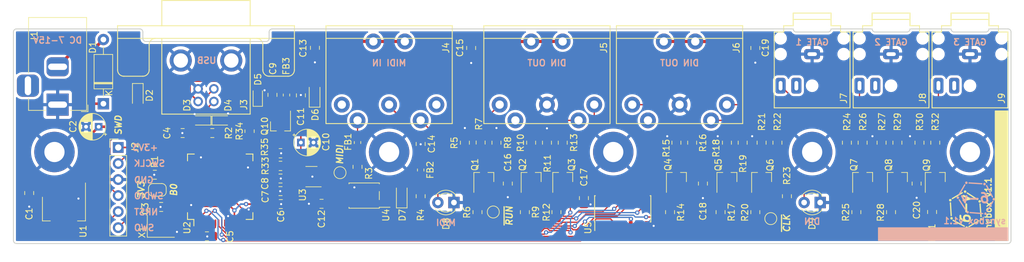
<source format=kicad_pcb>
(kicad_pcb (version 20211014) (generator pcbnew)
  (layers (0 "F.Cu" signal) (31 "B.Cu" signal) (36 "B.SilkS" user "B.Silkscreen") (37 "F.SilkS" user "F.Silkscreen") (38 "B.Mask" user) (39 "F.Mask" user) (44 "Edge.Cuts" user))
  (net 0 "")
  (net 1 "GND")
  (net 2 "MIDI")
  (net 3 "+3V3")
  (net 4 "Net-(C14-Pad1)")
  (net 5 "/E5V")
  (net 6 "Net-(FB1-Pad2)")
  (net 7 "Net-(FB2-Pad2)")
  (net 8 "Net-(J5-Pad1)")
  (net 9 "Net-(J6-Pad1)")
  (net 10 "Net-(J7-Pad1)")
  (net 12 "Net-(Q8-Pad3)")
  (net 13 "Net-(Q5-Pad3)")
  (net 14 "Net-(Q4-Pad3)")
  (net 15 "Net-(Q9-Pad1)")
  (net 16 "CLOCK")
  (net 17 "Net-(Q9-Pad3)")
  (net 18 "Net-(Q7-Pad3)")
  (net 19 "Net-(Q7-Pad1)")
  (net 20 "RUN")
  (net 21 "Net-(Q6-Pad3)")
  (net 22 "Net-(Q6-Pad1)")
  (net 23 "Net-(Q5-Pad1)")
  (net 24 "Net-(Q8-Pad1)")
  (net 25 "Net-(Q1-Pad1)")
  (net 26 "FILL")
  (net 27 "Net-(Q4-Pad1)")
  (net 28 "Net-(FB1-Pad1)")
  (net 29 "Net-(Q3-Pad3)")
  (net 30 "Net-(Q2-Pad1)")
  (net 31 "Net-(Q1-Pad3)")
  (net 32 "Net-(Q3-Pad1)")
  (net 33 "Net-(Q2-Pad3)")
  (net 34 "+5V")
  (net 35 "RN")
  (net 36 "CK")
  (net 37 "FL")
  (net 38 "NRST")
  (net 39 "MACT")
  (net 40 "DACT")
  (net 41 "SWDIO")
  (net 42 "SWCLK")
  (net 43 "SWO")
  (net 45 "Net-(J5-Pad3)")
  (net 46 "Net-(J5-Pad5)")
  (net 50 "Net-(J8-Pad1)")
  (net 53 "Net-(U2-Pad5)")
  (net 79 "U5V")
  (net 87 "USBD_P")
  (net 88 "USBD_N")
  (net 91 "G3")
  (net 92 "G2")
  (net 93 "G1")
  (net 94 "+9V")
  (net 95 "Net-(C15-Pad1)")
  (net 96 "Net-(D7-Pad2)")
  (net 97 "Net-(JP1-Pad2)")
  (net 99 "Net-(J6-Pad5)")
  (net 100 "Net-(J6-Pad3)")
  (net 102 "Net-(J9-Pad1)")
  (net 105 "Net-(D7-Pad1)")
  (net 106 "Net-(D9-Pad2)")
  (net 107 "Net-(D8-Pad2)")
  (net 108 "Net-(D1-Pad2)")
  (net 109 "Net-(Q10-Pad1)")
  (net 110 "Net-(C9-Pad1)")
  (net 111 "Net-(C19-Pad1)")
  (net 112 "Net-(C13-Pad1)")
  (net 113 "Net-(R25-Pad2)")
  (net 114 "Net-(R28-Pad2)")
  (net 115 "Net-(R31-Pad2)")
  (net 116 "Net-(Q10-Pad2)")
  (net 117 "SENSE")
  (footprint "Syncbox:LED_D3.0mm_Clear" (layer "F.Cu") (at 127.5 93 180)
    (fp_text reference "D8")
    (fp_text value "MIDI")
  )
  (footprint "Syncbox:35RAPC2AHN2" (layer "F.Cu") (at 210.5 69.5 -90)
    (fp_text reference "J9")
    (fp_text value "Gate 3")
  )
  (footprint "Syncbox:5211450-1" (layer "F.Cu") (at 143.5 77.5 180)
    (fp_text reference "J5")
    (fp_text value "SYNC1")
  )
  (footprint "Syncbox:5211450-1" (layer "F.Cu") (at 118.5 77.5 180)
    (fp_text reference "J4")
    (fp_text value "IN")
  )
  (footprint "Syncbox:MUSBD111M0" (layer "F.Cu") (at 89.5 76 180)
    (fp_text reference "J3")
    (fp_text value "USB_B")
  )
  (footprint "Syncbox:BOX" (layer "F.Cu") (at 58.5 65)
    (fp_text reference "B1" hide)
    (fp_text value "BOX")
  )
  (footprint "Syncbox:Oscillator_SMD_SeikoEpson_SG210-4Pin_2.5x2.0mm_HandSoldering" (layer "F.Cu") (at 82.35 96.75)
    (fp_text reference "X1")
    (fp_text value "ECS-TXO-2520 24MHz")
  )
  (footprint "Syncbox:LED_D3.0mm_Clear" (layer "F.Cu") (at 185.5 93 180)
    (fp_text reference "D9")
    (fp_text value "DIN")
  )
  (footprint "Syncbox:TestPoint_Pad_D1.5mm" (layer "F.Cu") (at 178.95 95.55)
    (fp_text reference "TP4" hide)
    (fp_text value "~CLOCK")
  )
  (footprint "Syncbox:TestPoint_Pad_D1.5mm" (layer "F.Cu") (at 110.725 88.275)
    (fp_text reference "TP3" hide)
    (fp_text value "MIDI")
  )
  (footprint "Syncbox:TestPoint_Pad_D1.5mm" (layer "F.Cu") (at 135 94.5)
    (fp_text reference "TP2" hide)
    (fp_text value "~RUN")
  )
  (footprint "Syncbox:SolderJumper-2_P1.3mm_Open_RoundedPad1.0x1.5mm" (layer "F.Cu") (at 81.8 91)
    (fp_text reference "JP1" hide)
    (fp_text value "B0")
  )
  (footprint "Syncbox:SOT-23_Handsoldering" (layer "F.Cu") (at 205 89 90)
    (fp_text reference "Q9")
    (fp_text value "PMBT2907A")
  )
  (footprint "Syncbox:SOT-23_Handsoldering" (layer "F.Cu") (at 199 89 90)
    (fp_text reference "Q8")
    (fp_text value "PMBT2907A")
  )
  (footprint "Syncbox:SOT-23_Handsoldering" (layer "F.Cu") (at 193.5 89 90)
    (fp_text reference "Q7")
    (fp_text value "PMBT2907A")
  )
  (footprint "Syncbox:SOT-23_Handsoldering" (layer "F.Cu") (at 177.5 89 90)
    (fp_text reference "Q6")
    (fp_text value "PMBT2907A")
  )
  (footprint "Syncbox:SOT-23_Handsoldering" (layer "F.Cu") (at 172 89 90)
    (fp_text reference "Q5")
    (fp_text value "PMBT2907A")
  )
  (footprint "Syncbox:SOT-23_Handsoldering" (layer "F.Cu") (at 164 89 90)
    (fp_text reference "Q4")
    (fp_text value "PMBT2907A")
  )
  (footprint "Syncbox:SOT-23_Handsoldering" (layer "F.Cu") (at 133.5 89 90)
    (fp_text reference "Q1")
    (fp_text value "PMBT2907A")
  )
  (footprint "Syncbox:SOT-23_Handsoldering" (layer "F.Cu") (at 141 89 90)
    (fp_text reference "Q2")
    (fp_text value "PMBT2907A")
  )
  (footprint "Syncbox:SOT-23_Handsoldering" (layer "F.Cu") (at 146 89 90)
    (fp_text reference "Q3")
    (fp_text value "PMBT2907A")
  )
  (footprint "Syncbox:SOIC-14_3.9x8.7mm_P1.27mm" (layer "F.Cu") (at 155.5 94 90)
    (fp_text reference "U5")
    (fp_text value "CD74HCT04")
  )
  (footprint "Syncbox:R_0805_2012Metric_Pad1.15x1.40mm_HandSolder" (layer "F.Cu") (at 191 83.525 -90)
    (fp_text reference "R24")
    (fp_text value "1k")
  )
  (footprint "Syncbox:R_0805_2012Metric_Pad1.15x1.40mm_HandSolder" (layer "F.Cu") (at 199 83.525 -90)
    (fp_text reference "R29")
    (fp_text value "1k")
  )
  (footprint "Syncbox:R_0805_2012Metric_Pad1.15x1.40mm_HandSolder" (layer "F.Cu") (at 192.5 94.525 -90)
    (fp_text reference "R25")
    (fp_text value "47k")
  )
  (footprint "Syncbox:R_0805_2012Metric_Pad1.15x1.40mm_HandSolder" (layer "F.Cu") (at 177.5 83.525 90)
    (fp_text reference "R21")
    (fp_text value "22k")
  )
  (footprint "Syncbox:R_0805_2012Metric_Pad1.15x1.40mm_HandSolder" (layer "F.Cu") (at 180 83.525 -90)
    (fp_text reference "R22")
    (fp_text value "1k")
  )
  (footprint "Syncbox:R_0805_2012Metric_Pad1.15x1.40mm_HandSolder" (layer "F.Cu") (at 176.5 94.525 -90)
    (fp_text reference "R20")
    (fp_text value "47k")
  )
  (footprint "Syncbox:R_0805_2012Metric_Pad1.15x1.40mm_HandSolder" (layer "F.Cu") (at 172 83.525 90)
    (fp_text reference "R18")
    (fp_text value "22k")
  )
  (footprint "Syncbox:R_0805_2012Metric_Pad1.15x1.40mm_HandSolder" (layer "F.Cu") (at 164 83.525 90)
    (fp_text reference "R15")
    (fp_text value "22k")
  )
  (footprint "Syncbox:R_0805_2012Metric_Pad1.15x1.40mm_HandSolder" (layer "F.Cu") (at 166.5 83.525 -90)
    (fp_text reference "R16")
    (fp_text value "1k")
  )
  (footprint "Syncbox:R_0805_2012Metric_Pad1.15x1.40mm_HandSolder" (layer "F.Cu") (at 174.5 83.525 -90)
    (fp_text reference "R19")
    (fp_text value "1k")
  )
  (footprint "Syncbox:R_0805_2012Metric_Pad1.15x1.40mm_HandSolder" (layer "F.Cu") (at 163 94.525 -90)
    (fp_text reference "R14")
    (fp_text value "47k")
  )
  (footprint "Syncbox:R_0805_2012Metric_Pad1.15x1.40mm_HandSolder" (layer "F.Cu") (at 171 94.525 -90)
    (fp_text reference "R17")
    (fp_text value "47k")
  )
  (footprint "Syncbox:R_0805_2012Metric_Pad1.15x1.40mm_HandSolder" (layer "F.Cu") (at 113.5 87.35 90)
    (fp_text reference "R3")
    (fp_text value "220")
  )
  (footprint "Syncbox:R_0805_2012Metric_Pad1.15x1.40mm_HandSolder" (layer "F.Cu") (at 143.5 83.525 90)
    (fp_text reference "R11")
    (fp_text value "22k")
  )
  (footprint "Syncbox:R_0805_2012Metric_Pad1.15x1.40mm_HandSolder" (layer "F.Cu") (at 146 83.525 -90)
    (fp_text reference "R13")
    (fp_text value "1k")
  )
  (footprint "Syncbox:R_0805_2012Metric_Pad1.15x1.40mm_HandSolder" (layer "F.Cu") (at 135.5 83.525 90)
    (fp_text reference "R8")
    (fp_text value "22k")
  )
  (footprint "Syncbox:R_0805_2012Metric_Pad1.15x1.40mm_HandSolder" (layer "F.Cu") (at 90.5 82 180)
    (fp_text reference "R2")
    (fp_text value "1.5k")
  )
  (footprint "Syncbox:R_0805_2012Metric_Pad1.15x1.40mm_HandSolder" (layer "F.Cu") (at 130.5 83.525 90)
    (fp_text reference "R5")
    (fp_text value "22k")
  )
  (footprint "Syncbox:R_0805_2012Metric_Pad1.15x1.40mm_HandSolder" (layer "F.Cu") (at 81.4 88.6 180)
    (fp_text reference "R1")
    (fp_text value "10k")
  )
  (footprint "Syncbox:R_0805_2012Metric_Pad1.15x1.40mm_HandSolder" (layer "F.Cu") (at 133 83.5 -90)
    (fp_text reference "R7")
    (fp_text value "1k")
  )
  (footprint "Syncbox:R_0805_2012Metric_Pad1.15x1.40mm_HandSolder" (layer "F.Cu") (at 181.5 92 -90)
    (fp_text reference "R23")
    (fp_text value "1.5k")
  )
  (footprint "Syncbox:R_0805_2012Metric_Pad1.15x1.40mm_HandSolder" (layer "F.Cu") (at 123.5 92 -90)
    (fp_text reference "R4")
    (fp_text value "1.5k")
  )
  (footprint "Syncbox:R_0805_2012Metric_Pad1.15x1.40mm_HandSolder" (layer "F.Cu") (at 141 83.525 -90)
    (fp_text reference "R10")
    (fp_text value "1k")
  )
  (footprint "Syncbox:R_0805_2012Metric_Pad1.15x1.40mm_HandSolder" (layer "F.Cu") (at 132.5 94.525 -90)
    (fp_text reference "R6")
    (fp_text value "47k")
  )
  (footprint "Syncbox:R_0805_2012Metric_Pad1.15x1.40mm_HandSolder" (layer "F.Cu") (at 140 94.525 -90)
    (fp_text reference "R9")
    (fp_text value "47k")
  )
  (footprint "Syncbox:R_0805_2012Metric_Pad1.15x1.40mm_HandSolder" (layer "F.Cu") (at 193.5 83.525 90)
    (fp_text reference "R26")
    (fp_text value "22k")
  )
  (footprint "Syncbox:R_0805_2012Metric_Pad1.15x1.40mm_HandSolder" (layer "F.Cu") (at 198 94.525 -90)
    (fp_text reference "R28")
    (fp_text value "47k")
  )
  (footprint "Syncbox:R_0805_2012Metric_Pad1.15x1.40mm_HandSolder" (layer "F.Cu") (at 196.5 83.525 90)
    (fp_text reference "R27")
    (fp_text value "22k")
  )
  (footprint "Syncbox:R_0805_2012Metric_Pad1.15x1.40mm_HandSolder" (layer "F.Cu") (at 204.5 94.5 -90)
    (fp_text reference "R31")
    (fp_text value "47k")
  )
  (footprint "Syncbox:R_0805_2012Metric_Pad1.15x1.40mm_HandSolder" (layer "F.Cu") (at 205 83.525 -90)
    (fp_text reference "R32")
    (fp_text value "1k")
  )
  (footprint "Syncbox:R_0805_2012Metric_Pad1.15x1.40mm_HandSolder" (layer "F.Cu") (at 202.5 83.525 90)
    (fp_text reference "R30")
    (fp_text value "22k")
  )
  (footprint "Syncbox:R_0805_2012Metric_Pad1.15x1.40mm_HandSolder" (layer "F.Cu") (at 145 94.525 -90)
    (fp_text reference "R12")
    (fp_text value "47k")
  )
  (footprint "Syncbox:PinHeader_1x06_P2.54mm_Vertical" (layer "F.Cu") (at 75.6 84.28)
    (fp_text reference "J2")
    (fp_text value "SWD")
  )
  (footprint "Syncbox:MountingHole_3.2mm_M3_Pad" (layer "F.Cu") (at 185.5 85)
    (fp_text reference "H4")
    (fp_text value "M3")
  )
  (footprint "Syncbox:MountingHole_3.2mm_M3_Pad" (layer "F.Cu") (at 154 85)
    (fp_text reference "H3")
    (fp_text value "M3")
  )
  (footprint "Syncbox:MountingHole_3.2mm_M3_Pad" (layer "F.Cu") (at 118.5 85)
    (fp_text reference "H2")
    (fp_text value "M3")
  )
  (footprint "Syncbox:MountingHole_3.2mm_M3_Pad" (layer "F.Cu") (at 65.5 85)
    (fp_text reference "H1")
    (fp_text value "M3")
  )
  (footprint "Syncbox:MountingHole_3.2mm_M3_Pad" (layer "F.Cu") (at 210.5 85)
    (fp_text reference "H5")
    (fp_text value "M3")
  )
  (footprint "Syncbox:L_0603_1608Metric_Pad1.05x0.95mm_HandSolder" (layer "F.Cu") (at 113.5 83.5 90)
    (fp_text reference "FB1")
    (fp_text value "1k@100MHz")
  )
  (footprint "Syncbox:L_0603_1608Metric_Pad1.05x0.95mm_HandSolder" (layer "F.Cu") (at 123.5 87.85 90)
    (fp_text reference "FB2")
    (fp_text value "1k@100MHz")
  )
  (footprint "Syncbox:L_0603_1608Metric_Pad1.05x0.95mm_HandSolder" (layer "F.Cu") (at 102.25 75.975 90)
    (fp_text reference "FB3")
    (fp_text value "1k@100MHz")
  )
  (footprint "Syncbox:LQFP-64_10x10mm_P0.5mm" (layer "F.Cu") (at 91.75 90.5 90)
    (fp_text reference "U2")
    (fp_text value "STM32F303RET6")
  )
  (footprint "Syncbox:D_A-405_P10.16mm_Horizontal" (layer "F.Cu") (at 73.25 77.35 90)
    (fp_text reference "D1")
    (fp_text value "1n5817")
  )
  (footprint "Diode_SMD:D_SOD-323_HandSoldering" (layer "F.Cu") (at 78.7 76.05 -90)
    (fp_text reference "D2")
    (fp_text value "BAT60J")
  )
  (footprint "Diode_SMD:D_SOD-323_HandSoldering" (layer "F.Cu") (at 106.7 76 90)
    (fp_text reference "D6")
    (fp_text value "BAT60J")
  )
  (footprint "Diode_SMD:D_SOD-323_HandSoldering" (layer "F.Cu") (at 120.5 91.95 90)
    (fp_text reference "D7")
    (fp_text value "BAT60J")
  )
  (footprint "Syncbox:D_0603_1608Metric_Pad1.05x0.95mm_HandSolder" (layer "F.Cu") (at 92.125 80)
    (fp_text reference "D4")
    (fp_text value "TVS PGB1010603")
  )
  (footprint "Syncbox:D_0603_1608Metric_Pad1.05x0.95mm_HandSolder" (layer "F.Cu") (at 88.625 80 180)
    (fp_text reference "D3")
    (fp_text value "TVS PGB1010603")
  )
  (footprint "Syncbox:D_0603_1608Metric_Pad1.05x0.95mm_HandSolder" (layer "F.Cu") (at 97.7 76.1 90)
    (fp_text reference "D5")
    (fp_text value "TVS PGB1010603")
  )
  (footprint "Syncbox:C_0805_2012Metric_Pad1.15x1.40mm_HandSolder" (layer "F.Cu") (at 82.4 93.7)
    (fp_text reference "C3")
    (fp_text value "100nF")
  )
  (footprint "Syncbox:C_0805_2012Metric_Pad1.15x1.40mm_HandSolder" (layer "F.Cu") (at 149.35 92.3 -90)
    (fp_text reference "C17")
    (fp_text value "100nF")
  )
  (footprint "Syncbox:C_0805_2012Metric_Pad1.15x1.40mm_HandSolder" (layer "F.Cu") (at 131.5 68.525 -90)
    (fp_text reference "C15")
    (fp_text value "100nF")
  )
  (footprint "Syncbox:C_0805_2012Metric_Pad1.15x1.40mm_HandSolder" (layer "F.Cu") (at 107.8 93.2 180)
    (fp_text reference "C12")
    (fp_text value "100nF")
  )
  (footprint "Syncbox:C_0805_2012Metric_Pad1.15x1.40mm_HandSolder" (layer "F.Cu") (at 106.75 68.5 -90)
    (fp_text reference "C13")
    (fp_text value "100nF")
  )
  (footprint "Syncbox:C_0805_2012Metric_Pad1.15x1.40mm_HandSolder" (layer "F.Cu") (at 61.5 91.5 -90)
    (fp_text reference "C1")
    (fp_text value "100nF")
  )
  (footprint "Syncbox:C_0805_2012Metric_Pad1.15x1.40mm_HandSolder" (layer "F.Cu") (at 202.05 90 -90)
    (fp_text reference "C20")
    (fp_text value "100nF")
  )
  (footprint "Syncbox:C_0805_2012Metric_Pad1.15x1.40mm_HandSolder" (layer "F.Cu") (at 168.2 90 -90)
    (fp_text reference "C18")
    (fp_text value "100nF")
  )
  (footprint "Syncbox:C_0805_2012Metric_Pad1.15x1.40mm_HandSolder" (layer "F.Cu") (at 137.3 90 -90)
    (fp_text reference "C16")
    (fp_text value "100nF")
  )
  (footprint "Syncbox:C_0805_2012Metric_Pad1.15x1.40mm_HandSolder" (layer "F.Cu") (at 101.3 89.2 180)
    (fp_text reference "C8")
    (fp_text value "100nF")
  )
  (footprint "Syncbox:C_0805_2012Metric_Pad1.15x1.40mm_HandSolder" (layer "F.Cu") (at 176.5 68.525 -90)
    (fp_text reference "C19")
    (fp_text value "100nF")
  )
  (footprint "Syncbox:C_0805_2012Metric_Pad1.15x1.40mm_HandSolder" (layer "F.Cu") (at 85.8 82)
    (fp_text reference "C4")
    (fp_text value "100nF")
  )
  (footprint "Syncbox:C_0805_2012Metric_Pad1.15x1.40mm_HandSolder" (layer "F.Cu") (at 104.525 76.025 90)
    (fp_text reference "C11")
    (fp_text value "100nF")
  )
  (footprint "Syncbox:C_0805_2012Metric_Pad1.15x1.40mm_HandSolder" (layer "F.Cu") (at 123.5 83.725 -90)
    (fp_text reference "C14")
    (fp_text value "100nF")
  )
  (footprint "Syncbox:C_0805_2012Metric_Pad1.15x1.40mm_HandSolder" (layer "F.Cu") (at 100.025 75.95 90)
    (fp_text reference "C9")
    (fp_text value "10nF")
  )
  (footprint "Syncbox:C_0805_2012Metric_Pad1.15x1.40mm_HandSolder" (layer "F.Cu") (at 101.3 91.2 180)
    (fp_text reference "C7")
    (fp_text value "1uF")
  )
  (footprint "Syncbox:C_0805_2012Metric_Pad1.15x1.40mm_HandSolder" (layer "F.Cu") (at 89.65 98.35)
    (fp_text reference "C5")
    (fp_text value "100nF")
  )
  (footprint "Syncbox:C_0805_2012Metric_Pad1.15x1.40mm_HandSolder" (layer "F.Cu") (at 101.35 93.25 180)
    (fp_text reference "C6")
    (fp_text value "100nF")
  )
  (footprint "Syncbox:CP_Radial_D4.0mm_P2.00mm" (layer "F.Cu") (at 72.5 81 180)
    (fp_text reference "C2")
    (fp_text value "10uF")
  )
  (footprint "Syncbox:CP_Radial_D4.0mm_P2.00mm" (layer "F.Cu") (at 104.525 83.5)
    (fp_text reference "C10")
    (fp_text value "4.7uF")
  )
  (footprint "Syncbox:BarrelJack_Horizontal" (layer "F.Cu") (at 66 77.5 -90)
    (fp_text reference "J1")
    (fp_text value "DC 7-12V")
  )
  (footprint "Syncbox:SOT-23-5_HandSoldering" (layer "F.Cu") (at 106.2 88.9 180)
    (fp_text reference "U3")
    (fp_text value "ADP150")
  )
  (footprint "Syncbox:SOT-223-3_TabPin2" (layer "F.Cu") (at 67 94 -90)
    (fp_text reference "U1")
    (fp_text value "LD1117S50TR_SOT223")
  )
  (footprint "Syncbox:5211450-1" (layer "F.Cu") (at 164.5 77.5 180)
    (fp_text reference "J6")
    (fp_text value "SYNC2")
  )
  (footprint "Syncbox:35RAPC2AHN2" (layer "F.Cu") (at 185.5 69.5 -90)
    (fp_text reference "J7")
    (fp_text value "Gate 1")
  )
  (footprint "Syncbox:35RAPC2AHN2" (layer "F.Cu") (at 198 69.5 -90)
    (fp_text reference "J8")
    (fp_text value "Gate 2")
  )
  (footprint "Syncbox:SO-5_4.4x3.6mm_P1.27mm" (layer "F.Cu") (at 114.55 91.9 180)
    (fp_text reference "U4")
    (fp_text value "RV1S9160A")
  )
  (footprint "Resistor_SMD:R_0805_2012Metric_Pad1.20x1.40mm_HandSolder" (layer "F.Cu") (at 96.4 81.7 -90)
    (fp_text reference "R34")
    (fp_text value "100")
  )
  (footprint "Package_TO_SOT_SMD:SOT-23_Handsoldering" (layer "F.Cu") (at 101.3 80.9 -90)
    (fp_text reference "Q10")
    (fp_text value "MMBT2222A")
  )
  (footprint "Resistor_SMD:R_0805_2012Metric_Pad1.20x1.40mm_HandSolder" (layer "F.Cu") (at 101.3 85.2)
    (fp_text reference "R35")
    (fp_text value "36k")
  )
  (footprint "Resistor_SMD:R_0805_2012Metric_Pad1.20x1.40mm_HandSolder" (layer "F.Cu") (at 101.3 87.2 180)
    (fp_text reference "R33")
    (fp_text value "10k")
  )
  (gr_circle (center 208.575 92.225) (end 208.575 92.325) (layer "B.SilkS") (width 0.2) (fill none))
  (gr_circle (center 212.95 94.77) (end 212.95 94.87) (layer "B.SilkS") (width 0.2) (fill none))
  (gr_circle (center 210.12 94.53) (end 210.12 94.63) (layer "B.SilkS") (width 0.2) (fill none))
  (gr_line (start 212.375 90.025) (end 210.35 89.9) (layer "B.SilkS") (width 0.2))
  (gr_circle (center 214.275 92.475) (end 214.275 92.575) (layer "B.SilkS") (width 0.2) (fill none))
  (gr_line (start 213.2 94.375) (end 214.125 92.825) (layer "B.SilkS") (width 0.2))
  (gr_line (start 214.05 92.1) (end 213.125 90.325) (layer "B.SilkS") (width 0.2))
  (gr_line (start 208.75 91.775) (end 209.675 90.2) (layer "B.SilkS") (width 0.2))
  (gr_line (start 212.52 94.75) (end 210.51 94.59) (layer "B.SilkS") (width 0.2))
  (gr_poly (pts (xy 216.5 99) (xy 216.5 97) (xy 196 97) (xy 196 99)) (layer "B.SilkS") (width 0.15) (fill solid))
  (gr_circle (center 212.8 90.075) (end 212.8 90.175) (layer "B.SilkS") (width 0.2) (fill none))
  (gr_circle (center 209.925 89.875) (end 209.925 89.975) (layer "B.SilkS") (width 0.2) (fill none))
  (gr_line (start 209.825 94.175) (end 208.8 92.575) (layer "B.SilkS") (width 0.2))
  (gr_circle (center 212.27 95.65) (end 212.37 95.65) (layer "F.SilkS") (width 0.2) (fill none))
  (gr_circle (center 207.575 95.5) (end 207.675 95.5) (layer "F.SilkS") (width 0.2) (fill none))
  (gr_line (start 212.09 93.21) (end 212.25 95.22) (layer "F.SilkS") (width 0.2))
  (gr_poly (pts (xy 216.5 99) (xy 214.5 99) (xy 214.5 78.5) (xy 216.5 78.5)) (layer "F.SilkS") (width 0.15) (fill solid))
  (gr_line (start 210.325 96.825) (end 211.875 95.9) (layer "F.SilkS") (width 0.2))
  (gr_circle (center 209.975 96.975) (end 210.075 96.975) (layer "F.SilkS") (width 0.2) (fill none))
  (gr_circle (center 209.725 91.275) (end 209.825 91.275) (layer "F.SilkS") (width 0.2) (fill none))
  (gr_circle (center 212.03 92.82) (end 212.13 92.82) (layer "F.SilkS") (width 0.2) (fill none))
  (gr_line (start 210.075 91.5) (end 211.675 92.525) (layer "F.SilkS") (width 0.2))
  (gr_circle (center 207.375 92.625) (end 207.475 92.625) (layer "F.SilkS") (width 0.2) (fill none))
  (gr_line (start 207.7 92.375) (end 209.275 91.45) (layer "F.SilkS") (width 0.2))
  (gr_line (start 207.825 95.825) (end 209.6 96.75) (layer "F.SilkS") (width 0.2))
  (gr_line (start 207.4 93.05) (end 207.525 95.075) (layer "F.SilkS") (width 0.2))
  (gr_line (start 99.5 67) (end 99.5 66) (layer "Edge.Cuts") (width 0.15))
  (gr_line (start 100 65.5) (end 182.5 65.5) (layer "Edge.Cuts") (width 0.15))
  (gr_line (start 80 67.5) (end 99 67.5) (layer "Edge.Cuts") (width 0.15))
  (gr_line (start 59 66) (end 59 99) (layer "Edge.Cuts") (width 0.15))
  (gr_line (start 79 65.5) (end 59.5 65.5) (layer "Edge.Cuts") (width 0.15))
  (gr_arc (start 188.5 65.5) (mid 188.353553 65.853553) (end 188 66) (layer "Edge.Cuts") (width 0.15))
  (gr_arc (start 208 66) (mid 207.646447 65.853553) (end 207.5 65.5) (layer "Edge.Cuts") (width 0.15))
  (gr_line (start 200.5 66) (end 195.5 66) (layer "Edge.Cuts") (width 0.15))
  (gr_line (start 188.5 65.5) (end 195 65.5) (layer "Edge.Cuts") (width 0.15))
  (gr_arc (start 59 66) (mid 59.146447 65.646447) (end 59.5 65.5) (layer "Edge.Cuts") (width 0.15))
  (gr_arc (start 99.5 66) (mid 99.646447 65.646447) (end 100 65.5) (layer "Edge.Cuts") (width 0.15))
  (gr_line (start 188 66) (end 183 66) (layer "Edge.Cuts") (width 0.15))
  (gr_arc (start 80 67.5) (mid 79.646447 67.353553) (end 79.5 67) (layer "Edge.Cuts") (width 0.15))
  (gr_arc (start 195.5 66) (mid 195.146447 65.853553) (end 195 65.5) (layer "Edge.Cuts") (width 0.15))
  (gr_arc (start 183 66) (mid 182.646447 65.853553) (end 182.5 65.5) (layer "Edge.Cuts") (width 0.15))
  (gr_arc (start 213.5 65.5) (mid 213.353553 65.853553) (end 213 66) (layer "Edge.Cuts") (width 0.15))
  (gr_line (start 79.5 66) (end 79.5 67) (layer "Edge.Cuts") (width 0.15))
  (gr_arc (start 216.5 65.5) (mid 216.853553 65.646447) (end 217 66) (layer "Edge.Cuts") (width 0.15))
  (gr_arc (start 99.5 67) (mid 99.353553 67.353553) (end 99 67.5) (layer "Edge.Cuts") (width 0.15))
  (gr_arc (start 59.5 99.5) (mid 59.146447 99.353553) (end 59 99) (layer "Edge.Cuts") (width 0.15))
  (gr_arc (start 201 65.5) (mid 200.853553 65.853553) (end 200.5 66) (layer "Edge.Cuts") (width 0.15))
  (gr_line (start 213 66) (end 208 66) (layer "Edge.Cuts") (width 0.15))
  (gr_line (start 217 66) (end 217 99) (layer "Edge.Cuts") (width 0.15))
  (gr_line (start 201 65.5) (end 207.5 65.5) (layer "Edge.Cuts") (width 0.15))
  (gr_line (start 216.5 65.5) (end 213.5 65.5) (layer "Edge.Cuts") (width 0.15))
  (gr_arc (start 79 65.5) (mid 79.353553 65.646447) (end 79.5 66) (layer "Edge.Cuts") (width 0.15))
  (gr_arc (start 217 99) (mid 216.853553 99.353553) (end 216.5 99.5) (layer "Edge.Cuts") (width 0.15))
  (gr_line (start 216.5 99.5) (end 59.5 99.5) (layer "Edge.Cuts") (width 0.15))
  (gr_text "SWCLK" (at 77.95 86.8) (layer "B.SilkS") (effects (font (size 1 1) (thickness 0.2)) (justify right mirror)))
  (gr_text "DIN OUT" (at 164.5 70.9) (layer "B.SilkS") (effects (font (size 1 1) (thickness 0.2)) (justify mirror)))
  (gr_text "GATE 3" (at 210.5 67.6) (layer "B.SilkS") (effects (font (size 1 1) (thickness 0.2)) (justify mirror)))
  (gr_text "+3V3" (at 77.75 84.3) (layer "B.SilkS") (effects (font (size 1 1) (thickness 0.2)) (justify right mirror)))
  (gr_text "SWO" (at 78 97) (layer "B.SilkS") (effects (font (size 1 1) (thickness 0.2)) (justify right mirror)))
  (gr_text "MIDI IN" (at 118.5 70.9) (layer "B.SilkS") (effects (font (size 1 1) (thickness 0.2)) (justify mirror)))
  (gr_text "GATE 2" (at 198 67.6) (layer "B.SilkS") (effects (font (size 1 1) (thickness 0.2)) (justify mirror)))
  (gr_text "6-v" (at 211.35 92.3) (layer "B.SilkS") (effects (font (size 1.5 1.5) (thickness 0.3) italic) (justify mirror)))
  (gr_text "SWDIO" (at 78 91.95) (layer "B.SilkS") (effects (font (size 1 1) (thickness 0.2)) (justify right mirror)))
  (gr_text "USB" (at 89.6 70.5) (layer "B.SilkS") (effects (font (size 1 1) (thickness 0.2)) (justify mirror)))
  (gr_text "GATE 1" (at 185.5 67.6) (layer "B.SilkS") (effects (font (size 1 1) (thickness 0.2)) (justify mirror)))
  (gr_text "DIN OUT" (at 143.5 70.9) (layer "B.SilkS") (effects (font (size 1 1) (thickness 0.2)) (justify mirror)))
  (gr_text "NRST" (at 78 94.5) (layer "B.SilkS") (effects (font (size 1 1) (thickness 0.2)) (justify right mirror)))
  (gr_text "DC 7-15V" (at 66 67.3) (layer "B.SilkS") (effects (font (size 1 1) (thickness 0.2)) (justify mirror)))
  (gr_text "syncbox v1.1" (at 216.3 95.9) (layer "B.SilkS") (effects (font (size 1 1) (thickness 0.2)) (justify left mirror)))
  (gr_text "MIDI" (at 127.5 96.2) (layer "B.SilkS") (effects (font (size 1 1) (thickness 0.2)) (justify mirror)))
  (gr_text "DIN" (at 185.5 96) (layer "B.SilkS") (effects (font (size 1 1) (thickness 0.2)) (justify mirror)))
  (gr_text "GND" (at 78 89.45) (layer "B.SilkS") (effects (font (size 1 1) (thickness 0.2)) (justify right mirror)))
  (gr_text "3V3" (at 79.24 90.97 90) (layer "F.SilkS") (effects (font (size 1 1) (thickness 0.2) italic)))
  (gr_text "syncbox v1.1" (at 213.4 99 90) (layer "F.SilkS") (effects (font (size 1 1) (thickness 0.2)) (justify left)))
  (gr_text "6-v" (at 209.8 94.05 90) (layer "F.SilkS") (effects (font (size 1.5 1.5) (thickness 0.3) italic)))
  (gr_text "B0" (at 84.4 91 90) (layer "F.SilkS") (effects (font (size 1 1) (thickness 0.2) italic)))
  (gr_text "~{CLK}" (at 181.48 96.28 90) (layer "F.SilkS") (effects (font (size 1 1) (thickness 0.2) italic)))
  (gr_text "MIDI" (at 110.7 85.4 90) (layer "F.SilkS") (effects (font (size 1 1) (thickness 0.2) italic)))
  (gr_text "~{RUN}" (at 137.54 95.11 90) (layer "F.SilkS") (effects (font (size 1 1) (thickness 0.2) italic)))
  (gr_text "SWD" (at 75.625 80.725 90) (layer "F.SilkS") (effects (font (size 1 1) (thickness 0.2) italic)))
  (segment (start 104.525 75) (end 104.525 76) (width 0.25) (layer "F.Cu") (net 1))
  (segment (start 102.375 93.25) (end 101.4 93.25) (width 0.25) (layer "F.Cu") (net 1))
  (segment (start 102.3 85.2) (end 101.4 85.2) (width 0.2) (layer "F.Cu") (net 1))
  (segment (start 107.55 88.9) (end 106.35 88.9) (width 0.25) (layer "F.Cu") (net 1))
  (segment (start 88.5 85.649999) (end 88.700001 85.85) (width 0.25) (layer "F.Cu") (net 1))
  (segment (start 111.4 90.63) (end 112.97 90.63) (width 0.25) (layer "F.Cu") (net 1))
  (segment (start 61.5 92.525) (end 61.5 93.65) (width 0.4) (layer "F.Cu") (net 1))
  (segment (start 84.775 82) (end 85.7552 82) (width 0.25) (layer "F.Cu") (net 1))
  (segment (start 123.5 84.75) (end 123.5 83.75) (width 0.25) (layer "F.Cu") (net 1))
  (segment (start 90.675 98.35) (end 89.725004 98.35) (width 0.2) (layer "F.Cu") (net 1))
  (segment (start 135.5 82.5) (end 135.5 81.2) (width 0.25) (layer "F.Cu") (net 1))
  (segment (start 97.7 75.225) (end 98.775 75.225) (width 0.25) (layer "F.Cu") (net 1))
  (segment (start 164 82.5) (end 162.55 82.5) (width 0.25) (layer "F.Cu") (net 1))
  (segment (start 86.8 93.75) (end 87.149995 93.400005) (width 0.25) (layer "F.Cu") (net 1))
  (segment (start 172 82.5) (end 170.55 82.5) (width 0.25) (layer "F.Cu") (net 1))
  (segment (start 100.025 74.925) (end 99.075 74.925) (width 0.25) (layer "F.Cu") (net 1))
  (segment (start 88.5 84.8) (end 88.5 85.649999) (width 0.25) (layer "F.Cu") (net 1))
  (segment (start 99.075 74.925) (end 98.775 75.225) (width 0.25) (layer "F.Cu") (net 1))
  (segment (start 96.350006 87.25) (end 96.15 87.450006) (width 0.25) (layer "F.Cu") (net 1))
  (segment (start 89.725004 98.35) (end 89.7 98.375004) (width 0.2) (layer "F.Cu") (net 1))
  (segment (start 87.75 79.05) (end 87.7 79) (width 0.25) (layer "F.Cu") (net 1))
  (segment (start 159.31 96.7) (end 160.4 96.7) (width 0.25) (layer "F.Cu") (net 1))
  (segment (start 87.75 80) (end 87.75 79.05) (width 0.25) (layer "F.Cu") (net 1))
  (segment (start 202.05 91.025) (end 202.05 92.25) (width 0.25) (layer "F.Cu") (net 1))
  (segment (start 196.5 82.5) (end 195.05 82.5) (width 0.25) (layer "F.Cu") (net 1))
  (segment (start 93.5 95.45) (end 93.200006 95.150006) (width 0.25) (layer "F.Cu") (net 1))
  (segment (start 69.3 90.85) (end 69.3 92.375) (width 0.4) (layer "F.Cu") (net 1))
  (segment (start 177.5 82.5) (end 176 82.5) (width 0.25) (layer "F.Cu") (net 1))
  (segment (start 150.4 93.3) (end 149.375 93.3) (width 0.25) (layer "F.Cu") (net 1))
  (segment (start 102.325 89.2) (end 101.3448 89.2) (width 0.2) (layer "F.Cu") (net 1))
  (segment (start 83.475 97.625) (end 84.875 97.625) (width 0.25) (layer "F.Cu") (net 1))
  (segment (start 97.45 87.25) (end 96.350006 87.25) (width 0.25) (layer "F.Cu") (net 1))
  (segment (start 130.5 82.5) (end 130.5 81.2) (width 0.25) (layer "F.Cu") (net 1))
  (segment (start 106.775 93.2) (end 105.799994 93.2) (width 0.25) (layer "F.Cu") (net 1))
  (segment (start 143.5 82.5) (end 143.5 81.25) (width 0.25) (layer "F.Cu") (net 1))
  (segment (start 131.5 69.55) (end 131.5 70.9) (width 0.25) (layer "F.Cu") (net 1))
  (segment (start 137.3 91.325) (end 137.3 92.150002) (width 0.25) (layer "F.Cu") (net 1))
  (segment (start 93.5 96.2) (end 93.5 95.45) (width 0.25) (layer "F.Cu") (net 1))
  (segment (start 96.625454 93.75) (end 96.261066 94.114388) (width 0.25) (layer "F.Cu") (net 1))
  (segment (start 193.5 82.5) (end 195.05 82.5) (width 0.25) (layer "F.Cu") (net 1))
  (segment (start 86.05 93.75) (end 86.8 93.75) (width 0.25) (layer "F.Cu") (net 1))
  (segment (start 93.200006 95.150006) (end 93 95.150006) (width 0.25) (layer "F.Cu") (net 1))
  (segment (start 106.75 69.525) (end 106.75 70.8) (width 0.25) (layer "F.Cu") (net 1))
  (segment (start 97.45 93.75) (end 96.625454 93.75) (width 0.25) (layer "F.Cu") (net 1))
  (segment (start 168.2 91.025) (end 168.2 92.3) (width 0.25) (layer "F.Cu") (net 1))
  (segment (start 80.375 88.6) (end 81.3 88.6) (width 0.25) (layer "F.Cu") (net 1))
  (segment (start 84.875 97.625) (end 84.9 97.65) (width 0.25) (layer "F.Cu") (net 1))
  (segment (start 93 80) (end 93 78.9) (width 0.25) (layer "F.Cu") (net 1))
  (segment (start 112.97 90.63) (end 113 90.6) (width 0.25) (layer "F.Cu") (net 1))
  (segment (start 81.375 93.7) (end 82.4 93.7) (width 0.25) (layer "F.Cu") (net 1))
  (segment (start 176.5 69.55) (end 176.5 70.85) (width 0.25) (layer "F.Cu") (net 1))
  (segment (start 202.5 82.5) (end 201 82.5) (width 0.25) (layer "F.Cu") (net 1))
  (segment (start 100.275 91.2) (end 101.2552 91.2) (width 0.2) (layer "F.Cu") (net 1))
  (via (at 104.525 75.975) (size 0.6858) (drill 0.3302) (layers "F.Cu" "B.Cu") (net 1))
  (via (at 131.5 70.9) (size 0.6858) (drill 0.3302) (layers "F.Cu" "B.Cu") (net 1))
  (via (at 135.5 81.2) (size 0.6858) (drill 0.3302) (layers "F.Cu" "B.Cu") (net 1))
  (via (at 160.4 96.7) (size 0.6858) (drill 0.3302) (layers "F.Cu" "B.Cu") (net 1))
  (via (at 202.05 92.25) (size 0.6858) (drill 0.3302) (layers "F.Cu" "B.Cu") (net 1))
  (via (at 96.261066 94.114388) (size 0.6858) (drill 0.3302) (layers "F.Cu" "B.Cu") (net 1))
  (via (at 93 78.9) (size 0.6858) (drill 0.3302) (layers "F.Cu" "B.Cu") (net 1))
  (via (at 82.3 93.7) (size 0.6858) (drill 0.3302) (layers "F.Cu" "B.Cu") (net 1))
  (via (at 168.2 92.3) (size 0.6858) (drill 0.3302) (layers "F.Cu" "B.Cu") (net 1))
  (via (at 123.5 83.775) (size 0.6858) (drill 0.3302) (layers "F.Cu" "B.Cu") (net 1))
  (via (at 195.05 82.5) (size 0.6858) (drill 0.3302) (layers "F.Cu" "B.Cu") (net 1))
  (via (at 89.7 98.375004) (size 0.6858) (drill 0.3302) (layers "F.Cu" "B.Cu") (net 1))
  (via (at 201 82.5) (size 0.6858) (drill 0.3302) (layers "F.Cu" "B.Cu") (net 1))
  (via (at 101.4 85.2) (size 0.6858) (drill 0.3302) (layers "F.Cu" "B.Cu") (net 1))
  (via (at 81.3 88.6) (size 0.6858) (drill 0.3302) (layers "F.Cu" "B.Cu") (net 1))
  (via (at 61.5 93.65) (size 0.6858) (drill 0.3302) (layers "F.Cu" "B.Cu") (net 1))
  (via (at 162.55 82.5) (size 0.6858) (drill 0.3302) (layers "F.Cu" "B.Cu") (net 1))
  (via (at 96.15 87.450006) (size 0.6858) (drill 0.3302) (layers "F.Cu" "B.Cu") (net 1))
  (via (at 176 82.5) (size 0.6858) (drill 0.3302) (layers "F.Cu" "B.Cu") (net 1))
  (via (at 106.35 88.9) (size 0.6858) (drill 0.3302) (layers "F.Cu" "B.Cu") (net 1))
  (via (at 87.149995 93.400005) (size 0.6858) (drill 0.3302) (layers "F.Cu" "B.Cu") (net 1))
  (via (at 87.7 79) (size 0.6858) (drill 0.3302) (layers "F.Cu" "B.Cu") (net 1))
  (via (at 150.4 93.3) (size 0.6858) (drill 0.3302) (layers "F.Cu" "B.Cu") (net 1))
  (via (at 84.9 97.65) (size 0.6858) (drill 0.3302) (layers "F.Cu" "B.Cu") (net 1))
  (via (at 130.5 81.2) (size 0.6858) (drill 0.3302) (layers "F.Cu" "B.Cu") (net 1))
  (via (at 85.7552 82) (size 0.6858) (drill 0.3302) (layers "F.Cu" "B.Cu") (net 1))
  (via (at 105.799994 93.2) (size 0.6858) (drill 0.3302) (layers "F.Cu" "B.Cu") (net 1))
  (via (at 143.5 81.25) (size 0.6858) (drill 0.3302) (layers "F.Cu" "B.Cu") (net 1))
  (via (at 93 95.150006) (size 0.6858) (drill 0.3302) (layers "F.Cu" "B.Cu") (net 1))
  (via (at 69.3 92.375) (size 0.6858) (drill 0.3302) (layers "F.Cu" "B.Cu") (net 1))
  (via (at 106.75 70.8) (size 0.6858) (drill 0.3302) (layers "F.Cu" "B.Cu") (net 1))
  (via (at 101.3448 89.2) (size 0.6858) (drill 0.3302) (layers "F.Cu" "B.Cu") (net 1))
  (via (at 101.2552 91.2) (size 0.6858) (drill 0.3302) (layers "F.Cu" "B.Cu") (net 1))
  (via (at 88.700001 85.85) (size 0.6858) (drill 0.3302) (layers "F.Cu" "B.Cu") (net 1))
  (via (at 98.775 75.225) (size 0.6858) (drill 0.3302) (layers "F.Cu" "B.Cu") (net 1))
  (via (at 170.55 82.5) (size 0.6858) (drill 0.3302) (layers "F.Cu" "B.Cu") (net 1))
  (via (at 101.4 93.25) (size 0.6858) (drill 0.3302) (layers "F.Cu" "B.Cu") (net 1))
  (via (at 113 90.6) (size 0.6858) (drill 0.3302) (layers "F.Cu" "B.Cu") (net 1))
  (via (at 137.3 92.150002) (size 0.6858) (drill 0.3302) (layers "F.Cu" "B.Cu") (net 1))
  (via (at 176.5 70.85) (size 0.6858) (drill 0.3302) (layers "F.Cu" "B.Cu") (net 1))
  (segment (start 95.981046 94.75) (end 112 94.75) (width 0.2) (layer "F.Cu") (net 2))
  (segment (start 109.625 91.475) (end 109.625 89.375) (width 0.2) (layer "F.Cu") (net 2))
  (segment (start 90.481046 89.25) (end 95.981046 94.75) (width 0.2) (layer "F.Cu") (net 2))
  (segment (start 112 94.75) (end 113 93.75) (width 0.2) (layer "F.Cu") (net 2))
  (segment (start 113 93.75) (end 113 92.82) (width 0.2) (layer "F.Cu") (net 2))
  (segment (start 110.05 91.9) (end 109.625 91.475) (width 0.2) (layer "F.Cu") (net 2))
  (segment (start 109.625 89.375) (end 110.725 88.275) (width 0.2) (layer "F.Cu") (net 2))
  (segment (start 111.4 91.9) (end 110.05 91.9) (width 0.2) (layer "F.Cu") (net 2))
  (segment (start 113 92.82) (end 112.08 91.9) (width 0.2) (layer "F.Cu") (net 2))
  (segment (start 86.05 89.25) (end 90.481046 89.25) (width 0.2) (layer "F.Cu") (net 2))
  (segment (start 81.6 92.4) (end 81.15 91.95) (width 0.2) (layer "F.Cu") (net 3))
  (segment (start 84.5 93.7) (end 83.425 93.7) (width 0.25) (layer "F.Cu") (net 3))
  (segment (start 88 86.068045) (end 88 84.8) (width 0.25) (layer "F.Cu") (net 3))
  (segment (start 88.650301 93.599699) (end 88 94.25) (width 0.25) (layer "F.Cu") (net 3))
  (segment (start 100.5 82.4) (end 99 83.9) (width 0.2) (layer "F.Cu") (net 3))
  (segment (start 107.975 91.225) (end 106.65 91.225) (width 0.25) (layer "F.Cu") (net 3))
  (segment (start 93.349699 93.599699) (end 88.650301 93.599699) (width 0.25) (layer "F.Cu") (net 3))
  (segment (start 100.275 89.2) (end 99 87.925) (width 0.2) (layer "F.Cu") (net 3))
  (segment (start 81.15 91.95) (end 81.15 91) (width 0.2) (layer "F.Cu") (net 3))
  (segment (start 84.545 84.28) (end 86.825 82) (width 0.25) (layer "F.Cu") (net 3))
  (segment (start 101.3 82.4) (end 100.5 82.4) (width 0.2) (layer "F.Cu") (net 3))
  (segment (start 94 96.2) (end 94 94.25) (width 0.25) (layer "F.Cu") (net 3))
  (segment (start 108.825 93.2) (end 111.37 93.2) (width 0.25) (layer "F.Cu") (net 3))
  (segment (start 103.675 89.85) (end 104.85 89.85) (width 0.2) (layer "F.Cu") (net 3))
  (segment (start 97.45 86.75) (end 88.681955 86.75) (width 0.25) (layer "F.Cu") (net 3))
  (segment (start 94 94.25) (end 93.349699 93.599699) (width 0.25) (layer "F.Cu") (net 3))
  (segment (start 108.825 92.075) (end 107.975 91.225) (width 0.25) (layer "F.Cu") (net 3))
  (segment (start 83.425 93.7) (end 83.425 92.9) (width 0.2) (layer "F.Cu") (net 3))
  (segment (start 82.925 92.4) (end 81.6 92.4) (width 0.2) (layer "F.Cu") (net 3))
  (segment (start 87.6 82) (end 86.825 82) (width 0.25) (layer "F.Cu") (net 3))
  (segment (start 100.325 93.25) (end 97.45 93.25) (width 0.25) (layer "F.Cu") (net 3))
  (segment (start 97.45 93.25) (end 95.849956 93.25) (width 0.25) (layer "F.Cu") (net 3))
  (segment (start 88 84.8) (end 88 82.4) (width 0.25) (layer "F.Cu") (net 3))
  (segment (start 75.6 84.28) (end 84.545 84.28) (width 0.25) (layer "F.Cu") (net 3))
  (segment (start 83.425 92.9) (end 82.925 92.4) (width 0.2) (layer "F.Cu") (net 3))
  (segment (start 81.375 95.875) (end 83.425 93.825) (width 0.25) (layer "F.Cu") (net 3))
  (segment (start 88 96.2) (end 88 94.25) (width 0.25) (layer "F.Cu") (net 3))
  (segment (start 88 82.4) (end 87.6 82) (width 0.25) (layer "F.Cu") (net 3))
  (segment (start 99 87.925) (end 99 87.3) (width 0.2) (layer "F.Cu") (net 3))
  (segment (start 102.325 91.2) (end 103.675 89.85) (width 0.2) (layer "F.Cu") (net 3))
  (segment (start 108.825 93.2) (end 108.825 92.075) (width 0.25) (layer "F.Cu") (net 3))
  (segment (start 88.681955 86.75) (end 88 86.068045) (width 0.25) (layer "F.Cu") (net 3))
  (segment (start 99 83.9) (end 99 87.3) (width 0.2) (layer "F.Cu") (net 3))
  (segment (start 86.05 94.25) (end 85.05 94.25) (width 0.25) (layer "F.Cu") (net 3))
  (segment (start 99 87.3) (end 99 86.75) (width 0.2) (layer "F.Cu") (net 3))
  (segment (start 88 94.25) (end 86.05 94.25) (width 0.25) (layer "F.Cu") (net 3))
  (segment (start 99 86.75) (end 97.45 86.75) (width 0.2) (layer "F.Cu") (net 3))
  (segment (start 85.05 94.25) (end 84.5 93.7) (width 0.25) (layer "F.Cu") (net 3))
  (segment (start 106.65 91.225) (end 105.275 89.85) (width 0.25) (layer "F.Cu") (net 3))
  (segment (start 102.325 91.25) (end 100.325 93.25) (width 0.2) (layer "F.Cu") (net 3))
  (segment (start 102.325 91.2) (end 100.325 89.2) (width 0.2) (layer "F.Cu") (net 3))
  (via (at 95.849956 93.25) (size 0.6858) (drill 0.3302) (layers "F.Cu" "B.Cu") (net 3))
  (via (at 94 94.25) (size 0.6858) (drill 0.3302) (layers "F.Cu" "B.Cu") (net 3))
  (segment (start 95.849956 93.25) (end 95 93.25) (width 0.25) (layer "B.Cu") (net 3))
  (segment (start 95 93.25) (end 94 94.25) (width 0.25) (layer "B.Cu") (net 3))
  (segment (start 123.5 82.7) (end 118.5 77.7) (width 0.25) (layer "F.Cu") (net 4))
  (segment (start 71.5 86.1) (end 71.5 82) (width 0.4) (layer "F.Cu") (net 5))
  (segment (start 72.5 81) (end 75 81) (width 0.4) (layer "F.Cu") (net 5))
  (segment (start 71.5 82) (end 72.5 81) (width 0.4) (layer "F.Cu") (net 5))
  (segment (start 67 90.6) (end 71.5 86.1) (width 0.4) (layer "F.Cu") (net 5))
  (segment (start 67 90.85) (end 67 97.15) (width 0.4) (layer "F.Cu") (net 5))
  (segment (start 75 81) (end 78.7 77.3) (width 0.4) (layer "F.Cu") (net 5))
  (segment (start 113.5 79.99) (end 113.5 82.625) (width 0.2) (layer "F.Cu") (net 6))
  (segment (start 124.925 81.415) (end 123.5 79.99) (width 0.2) (layer "F.Cu") (net 7))
  (segment (start 123.5 86.975) (end 124.925 85.55) (width 0.2) (layer "F.Cu") (net 7))
  (segment (start 124.925 85.55) (end 124.925 81.415) (width 0.2) (layer "F.Cu") (net 7))
  (segment (start 133 82.475) (end 133 80.51) (width 0.2) (layer "F.Cu") (net 8))
  (segment (start 133 80.51) (end 136.01 77.5) (width 0.2) (layer "F.Cu") (net 8))
  (segment (start 166.5 82.5) (end 161.5 77.5) (width 0.2) (layer "F.Cu") (net 9))
  (segment (start 161.5 77.5) (end 157.01 77.5) (width 0.2) (layer "F.Cu") (net 9))
  (segment (start 188.5 82.5) (end 180.5 74.5) (width 0.2) (layer "F.Cu") (net 10))
  (segment (start 191 82.5) (end 188.5 82.5) (width 0.2) (layer "F.Cu") (net 10))
  (segment (start 199 87.5) (end 199 84.55) (width 0.2) (layer "F.Cu") (net 12))
  (segment (start 199 84.55) (end 196.5 84.55) (width 0.2) (layer "F.Cu") (net 12))
  (segment (start 172 84.55) (end 174.5 84.55) (width 0.2) (layer "F.Cu") (net 13))
  (segment (start 172 87.5) (end 172 84.55) (width 0.2) (layer "F.Cu") (net 13))
  (segment (start 164 84.55) (end 166.5 84.55) (width 0.2) (layer "F.Cu") (net 14))
  (segment (start 164 87.5) (end 164 84.55) (width 0.2) (layer "F.Cu") (net 14))
  (segment (start 204.5 93.475) (end 204.5 92.6) (width 0.2) (layer "F.Cu") (net 15))
  (segment (start 204.05 92.15) (end 204.05 90.5) (width 0.2) (layer "F.Cu") (net 15))
  (segment (start 204.5 92.6) (end 204.05 92.15) (width 0.2) (layer "F.Cu") (net 15))
  (segment (start 159.31 93.843901) (end 162.318499 96.8524) (width 0.2) (layer "F.Cu") (net 16))
  (segment (start 176.5 95.55) (end 178.95 95.55) (width 0.2) (layer "F.Cu") (net 16))
  (segment (start 157.8 94.6) (end 158.556099 93.843901) (width 0.2) (layer "F.Cu") (net 16))
  (segment (start 148.129412 95.529412) (end 145.020588 95.529412) (width 0.2) (layer "F.Cu") (net 16))
  (segment (start 162.318499 96.8524) (end 175.1976 96.8524) (width 0.2) (layer "F.Cu") (net 16))
  (segment (start 158.556099 93.843901) (end 159.31 93.843901) (width 0.2) (layer "F.Cu") (net 16))
  (segment (start 175.1976 96.8524) (end 176.5 95.55) (width 0.2) (layer "F.Cu") (net 16))
  (segment (start 159.31 93.843901) (end 159.31 91.3) (width 0.2) (layer "F.Cu") (net 16))
  (via (at 148.129412 95.529412) (size 0.6858) (drill 0.3302) (layers "F.Cu" "B.Cu") (net 16))
  (via (at 157.8 94.6) (size 0.6858) (drill 0.3302) (layers "F.Cu" "B.Cu") (net 16))
  (segment (start 157.8 94.6) (end 149.058824 94.6) (width 0.2) (layer "B.Cu") (net 16))
  (segment (start 149.058824 94.6) (end 148.129412 95.529412) (width 0.2) (layer "B.Cu") (net 16))
  (segment (start 205 84.55) (end 202.5 84.55) (width 0.2) (layer "F.Cu") (net 17))
  (segment (start 205 87.5) (end 205 84.55) (width 0.2) (layer "F.Cu") (net 17))
  (segment (start 193.5 84.55) (end 191 84.55) (width 0.2) (layer "F.Cu") (net 18))
  (segment (start 193.5 87.5) (end 193.5 84.55) (width 0.2) (layer "F.Cu") (net 18))
  (segment (start 192.5 93.5) (end 192.5 90.55) (width 0.2) (layer "F.Cu") (net 19))
  (segment (start 155.68 89.4) (end 161 89.4) (width 0.2) (layer "F.Cu") (net 20))
  (segment (start 162.04759 94.59759) (end 163 95.55) (width 0.2) (layer "F.Cu") (net 20))
  (segment (start 152.3048 94.4952) (end 148.321742 94.4952) (width 0.2) (layer "F.Cu") (net 20))
  (segment (start 154.23 91.3) (end 154.23 92.57) (width 0.2) (layer "F.Cu") (net 20))
  (segment (start 161 89.4) (end 162.04759 90.44759) (width 0.2) (layer "F.Cu") (net 20))
  (segment (start 162.04759 90.44759) (end 162.04759 94.59759) (width 0.2) (layer "F.Cu") (net 20))
  (segment (start 154.23 92.57) (end 152.3048 94.4952) (width 0.2) (layer "F.Cu") (net 20))
  (segment (start 148.321742 94.4952) (end 147.63993 95.177012) (width 0.2) (layer "F.Cu") (net 20))
  (segment (start 133.55 94.5) (end 132.5 95.55) (width 0.2) (layer "F.Cu") (net 20))
  (segment (start 146.112513 95.177012) (end 145.435501 94.5) (width 0.2) (layer "F.Cu") (net 20))
  (segment (start 145.435501 94.5) (end 133.55 94.5) (width 0.2) (layer "F.Cu") (net 20))
  (segment (start 154.23 90.85) (end 155.68 89.4) (width 0.2) (layer "F.Cu") (net 20))
  (segment (start 147.63993 95.177012) (end 146.112513 95.177012) (width 0.2) (layer "F.Cu") (net 20))
  (segment (start 177.5 84.55) (end 180 84.55) (width 0.2) (layer "F.Cu") (net 21))
  (segment (start 177.5 87.5) (end 177.5 84.55) (width 0.2) (layer "F.Cu") (net 21))
  (segment (start 176.5 93.5) (end 176.5 90.55) (width 0.2) (layer "F.Cu") (net 22))
  (segment (start 171 93.5) (end 171 90.55) (width 0.2) (layer "F.Cu") (net 23))
  (segment (start 198 93.5) (end 198 90.55) (width 0.2) (layer "F.Cu") (net 24))
  (segment (start 132.5 93.5) (end 132.5 90.55) (width 0.2) (layer "F.Cu") (net 25))
  (segment (start 170.05 96.5) (end 171 95.55) (width 0.2) (layer "F.Cu") (net 26))
  (segment (start 140.05 95.6) (end 143.564499 95.6) (width 0.2) (layer "F.Cu") (net 26))
  (segment (start 145.975288 96.124712) (end 148.375994 96.124712) (width 0.2) (layer "F.Cu") (net 26))
  (segment (start 144.341899 96.3774) (end 145.7226 96.3774) (width 0.2) (layer "F.Cu") (net 26))
  (segment (start 148.375994 96.124712) (end 149.653106 94.8476) (width 0.2) (layer "F.Cu") (net 26))
  (segment (start 143.564499 95.6) (end 144.341899 96.3774) (width 0.2) (layer "F.Cu") (net 26))
  (segment (start 156.77 92.25) (end 156.77 91.3) (width 0.2) (layer "F.Cu") (net 26))
  (segment (start 157.72 89.9) (end 160.65 89.9) (width 0.2) (layer "F.Cu") (net 26))
  (segment (start 149.653106 94.8476) (end 154.1724 94.8476) (width 0.2) (layer "F.Cu") (net 26))
  (segment (start 161.695179 90.945179) (end 161.69518 95.730698) (width 0.2) (layer "F.Cu") (net 26))
  (segment (start 154.1724 94.8476) (end 156.77 92.25) (width 0.2) (layer "F.Cu") (net 26))
  (segment (start 160.65 89.9) (end 161.695179 90.945179) (width 0.2) (layer "F.Cu") (net 26))
  (segment (start 145.7226 96.3774) (end 145.975288 96.124712) (width 0.2) (layer "F.Cu") (net 26))
  (segment (start 162.464482 96.5) (end 170.05 96.5) (width 0.2) (layer "F.Cu") (net 26))
  (segment (start 161.69518 95.730698) (end 162.464482 96.5) (width 0.2) (layer "F.Cu") (net 26))
  (segment (start 156.77 90.85) (end 157.72 89.9) (width 0.2) (layer "F.Cu") (net 26))
  (segment (start 163 93.5) (end 163 90.55) (width 0.2) (layer "F.Cu") (net 27))
  (segment (start 113.5 84.375) (end 113.5 86.325) (width 0.2) (layer "F.Cu") (net 28))
  (segment (start 146 87.5) (end 146 84.55) (width 0.2) (layer "F.Cu") (net 29))
  (segment (start 146 84.55) (end 143.5 84.55) (width 0.2) (layer "F.Cu") (net 29))
  (segment (start 140 93.5) (end 140 90.55) (width 0.2) (layer "F.Cu") (net 30))
  (segment (start 133 84.525) (end 130.525 84.525) (width 0.2) (layer "F.Cu") (net 31))
  (segment (start 133.5 85.025) (end 133 84.525) (width 0.2) (layer "F.Cu") (net 31))
  (segment (start 133.5 87.5) (end 133.5 85.025) (width 0.2) (layer "F.Cu") (net 31))
  (segment (start 145 93.5) (end 145 90.55) (width 0.2) (layer "F.Cu") (net 32))
  (segment (start 141 84.55) (end 135.5 84.55) (width 0.2) (layer "F.Cu") (net 33))
  (segment (start 141 87.5) (end 141 84.55) (width 0.2) (layer "F.Cu") (net 33))
  (segment (start 133.5 89) (end 132.625 89) (width 0.25) (layer "F.Cu") (net 34))
  (segment (start 107.55 82.575) (end 106.7 81.725) (width 0.25) (layer "F.Cu") (net 34))
  (segment (start 149.35 91.275) (end 151.665 91.275) (width 0.25) (layer "F.Cu") (net 34))
  (segment (start 194.45 89.95) (end 195.4 89) (width 0.25) (layer "F.Cu") (net 34))
  (segment (start 124.45 73.2) (end 108.025 73.2) (width 0.25) (layer "F.Cu") (net 34))
  (segment (start 151.7 91.29) (end 151.7 90) (width 0.25) (layer "F.Cu") (net 34))
  (segment (start 107.55 87.95) (end 107.55 82.575) (width 0.25) (layer "F.Cu") (net 34))
  (segment (start 146.95 90.5) (end 148.575 90.5) (width 0.25) (layer "F.Cu") (net 34))
  (segment (start 146 89) (end 146.95 89.95) (width 0.25) (layer "F.Cu") (net 34))
  (segment (start 172.95 89.95) (end 173.9 89) (width 0.25) (layer "F.Cu") (net 34))
  (segment (start 134.45 89.95) (end 135.4 89) (width 0.25) (layer "F.Cu") (net 34))
  (segment (start 200.9 89) (end 205 89) (width 0.25) (layer "F.Cu") (net 34))
  (segment (start 141 89) (end 141.95 89.95) (width 0.25) (layer "F.Cu") (net 34))
  (segment (start 199.95 89.95) (end 200.9 89) (width 0.25) (layer "F.Cu") (net 34))
  (segment (start 151.7 90) (end 152.7 89) (width 0.25) (layer "F.Cu") (net 34))
  (segment (start 128.875 85.25) (end 128.875 77.625) (width 0.25) (layer "F.Cu") (net 34))
  (segment (start 178.45 89.95) (end 179.4 89) (width 0.25) (layer "F.Cu") (net 34))
  (segment (start 164.95 89.95) (end 165.9 89) (width 0.25) (layer "F.Cu") (net 34))
  (segment (start 141.95 89.95) (end 142.9 89) (width 0.25) (layer "F.Cu") (net 34))
  (segment (start 132.625 89) (end 128.875 85.25) (width 0.25) (layer "F.Cu") (net 34))
  (segment (start 108.9 88.27) (end 108.9 89.53) (width 0.25) (layer "F.Cu") (net 34))
  (segment (start 142.9 89) (end 146 89) (width 0.25) (layer "F.Cu") (net 34))
  (segment (start 172 89) (end 172.95 89.95) (width 0.25) (layer "F.Cu") (net 34))
  (segment (start 78.7 74.7) (end 80.2 73.2) (width 0.25) (layer "F.Cu") (net 34))
  (segment (start 108.025 75.925) (end 108.025 73.2) (width 0.25) (layer "F.Cu") (net 34))
  (segment (start 148.575 90.5) (end 149.35 91.275) (width 0.25) (layer "F.Cu") (net 34))
  (segment (start 108.58 87.95) (end 108.9 88.27) (width 0.25) (layer "F.Cu") (net 34))
  (segment (start 193.5 89) (end 194.45 89.95) (width 0.25) (layer "F.Cu") (net 34))
  (segment (start 165.9 89) (end 172 89) (width 0.25) (layer "F.Cu") (net 34))
  (segment (start 205 89) (end 205.95 89.95) (width 0.25) (layer "F.Cu") (net 34))
  (segment (start 80.2 73.2) (end 108.025 73.2) (width 0.25) (layer "F.Cu") (net 34))
  (segment (start 135.4 89) (end 141 89) (width 0.25) (layer "F.Cu") (net 34))
  (segment (start 179.4 89) (end 193.5 89) (width 0.25) (layer "F.Cu") (net 34))
  (segment (start 106.7 77.25) (end 108.025 75.925) (width 0.25) (layer "F.Cu") (net 34))
  (segment (start 108.9 89.53) (end 108.58 89.85) (width 0.25) (layer "F.Cu") (net 34))
  (segment (start 195.4 89) (end 199 89) (width 0.25) (layer "F.Cu") (net 34))
  (segment (start 164 89) (end 164.95 89.95) (width 0.25) (layer "F.Cu") (net 34))
  (segment (start 106.7 81.725) (end 106.7 77.25) (width 0.25) (layer "F.Cu") (net 34))
  (segment (start 199 89) (end 199.95 89.95) (width 0.25) (layer "F.Cu") (net 34))
  (segment (start 152.7 89) (end 164 89) (width 0.25) (layer "F.Cu") (net 34))
  (segment (start 173.9 89) (end 177.5 89) (width 0.25) (layer "F.Cu") (net 34))
  (segment (start 107.55 87.95) (end 108.58 87.95) (width 0.25) (layer "F.Cu") (net 34))
  (segment (start 177.5 89) (end 178.45 89.95) (width 0.25) (layer "F.Cu") (net 34))
  (segment (start 134.45 89.95) (end 133.5 89) (width 0.25) (layer "F.Cu") (net 34))
  (segment (start 128.875 77.625) (end 124.45 73.2) (width 0.25) (layer "F.Cu") (net 34))
  (segment (start 108.58 89.85) (end 107.55 89.85) (width 0.25) (layer "F.Cu") (net 34))
  (segment (start 143.36411 97.73589) (end 143.087233 98.012767) (width 0.2) (layer "F.Cu") (net 35))
  (segment (start 143.087233 98.012767) (end 93.291023 98.012767) (width 0.2) (layer "F.Cu") (net 35))
  (segment (start 152.31 92.4) (end 152.96 91.75) (width 0.2) (layer "F.Cu") (net 35))
  (segment (start 93.291023 98.012767) (end 92 96.721744) (width 0.2) (layer "F.Cu") (net 35))
  (segment (start 147.2 93.058118) (end 147.858118 92.4) (width 0.2) (layer "F.Cu") (net 35))
  (segment (start 147.858118 92.4) (end 152.31 92.4) (width 0.2) (layer "F.Cu") (net 35))
  (segment (start 92 96.721744) (end 92 96.2) (width 0.2) (layer "F.Cu") (net 35))
  (segment (start 147.2 94.582212) (end 147.2 93.058118) (width 0.2) (layer "F.Cu") (net 35))
  (via (at 143.36411 97.73589) (size 0.6858) (drill 0.3302) (layers "F.Cu" "B.Cu") (net 35))
  (via (at 147.2 94.582212) (size 0.6858) (drill 0.3302) (layers "F.Cu" "B.Cu") (net 35))
  (segment (start 147.2 94.7) (end 144.2 97.7) (width 0.2) (layer "B.Cu") (net 35))
  (segment (start 144.2 97.7) (end 143.4 97.7) (width 0.2) (layer "B.Cu") (net 35))
  (segment (start 147.2 94.582212) (end 147.2 94.7) (width 0.2) (layer "B.Cu") (net 35))
  (segment (start 143.4 97.7) (end 143.36411 97.73589) (width 0.2) (layer "B.Cu") (net 35))
  (segment (start 93.14505 98.365178) (end 148.022132 98.365178) (width 0.2) (layer "F.Cu") (net 36))
  (segment (start 151.18731 95.2) (end 154.59 95.2) (width 0.2) (layer "F.Cu") (net 36))
  (segment (start 148.022132 98.365178) (end 151.18731 95.2) (width 0.2) (layer "F.Cu") (net 36))
  (segment (start 91.5 96.2) (end 91.5 96.720128) (width 0.2) (layer "F.Cu") (net 36))
  (segment (start 154.59 95.2) (end 158.04 91.75) (width 0.2) (layer "F.Cu") (net 36))
  (segment (start 91.5 96.720128) (end 93.14505 98.365178) (width 0.2) (layer "F.Cu") (net 36))
  (segment (start 154.1948 94.0052) (end 155.5 92.7) (width 0.2) (layer "F.Cu") (net 37))
  (segment (start 146.170795 97.424312) (end 146.160507 97.4346) (width 0.2) (layer "F.Cu") (net 37))
  (segment (start 92.5 96.72336) (end 92.5 96.2) (width 0.2) (layer "F.Cu") (net 37))
  (segment (start 146.921743 97.424312) (end 146.170795 97.424312) (width 0.2) (layer "F.Cu") (net 37))
  (segment (start 142.539644 97.660356) (end 93.436996 97.660356) (width 0.2) (layer "F.Cu") (net 37))
  (segment (start 143.903995 97.4346) (end 143.574195 97.1048) (width 0.2) (layer "F.Cu") (net 37))
  (segment (start 155.5 92.7) (end 155.5 91.3) (width 0.2) (layer "F.Cu") (net 37))
  (segment (start 147.231925 97.734494) (end 146.921743 97.424312) (width 0.2) (layer "F.Cu") (net 37))
  (segment (start 93.436996 97.660356) (end 92.5 96.72336) (width 0.2) (layer "F.Cu") (net 37))
  (segment (start 143.0952 97.1048) (end 142.539644 97.660356) (width 0.2) (layer "F.Cu") (net 37))
  (segment (start 143.574195 97.1048) (end 143.0952 97.1048) (width 0.2) (layer "F.Cu") (net 37))
  (segment (start 154.139412 94.0052) (end 154.1948 94.0052) (width 0.2) (layer "F.Cu") (net 37))
  (segment (start 146.160507 97.4346) (end 143.903995 97.4346) (width 0.2) (layer "F.Cu") (net 37))
  (via (at 147.231925 97.734494) (size 0.6858) (drill 0.3302) (layers "F.Cu" "B.Cu") (net 37))
  (via (at 154.139412 94.0052) (size 0.6858) (drill 0.3302) (layers "F.Cu" "B.Cu") (net 37))
  (segment (start 147.231925 97.734494) (end 147.231925 95.585017) (width 0.2) (layer "B.Cu") (net 37))
  (segment (start 148.569342 94.2476) (end 153.897012 94.2476) (width 0.2) (layer "B.Cu") (net 37))
  (segment (start 153.897012 94.2476) (end 154.139412 94.0052) (width 0.2) (layer "B.Cu") (net 37))
  (segment (start 147.231925 95.585017) (end 148.569342 94.2476) (width 0.2) (layer "B.Cu") (net 37))
  (segment (start 74.3 95.74) (end 74.3 97.6) (width 0.2) (layer "F.Cu") (net 38))
  (segment (start 86.9 98.9) (end 87.45 98.35) (width 0.2) (layer "F.Cu") (net 38))
  (segment (start 74.3 97.6) (end 75.6 98.9) (width 0.2) (layer "F.Cu") (net 38))
  (segment (start 75.6 98.9) (end 86.9 98.9) (width 0.2) (layer "F.Cu") (net 38))
  (segment (start 90.7 97.2) (end 91 96.9) (width 0.2) (layer "F.Cu") (net 38))
  (segment (start 87.45 98.35) (end 88.625 98.35) (width 0.2) (layer "F.Cu") (net 38))
  (segment (start 89.425 97.55) (end 89.85 97.55) (width 0.2) (layer "F.Cu") (net 38))
  (segment (start 88.625 98.35) (end 89.425 97.55) (width 0.2) (layer "F.Cu") (net 38))
  (segment (start 90.2 97.2) (end 90.7 97.2) (width 0.2) (layer "F.Cu") (net 38))
  (segment (start 91 96.9) (end 91 96.2) (width 0.2) (layer "F.Cu") (net 38))
  (segment (start 89.85 97.55) (end 90.2 97.2) (width 0.2) (layer "F.Cu") (net 38))
  (segment (start 75.6 94.44) (end 74.3 95.74) (width 0.2) (layer "F.Cu") (net 38))
  (segment (start 95.39759 95.10241) (end 95 95.5) (width 0.2) (layer "F.Cu") (net 39))
  (segment (start 121.42259 95.10241) (end 95.39759 95.10241) (width 0.2) (layer "F.Cu") (net 39))
  (segment (start 95 95.5) (end 95 96.2) (width 0.2) (layer "F.Cu") (net 39))
  (segment (start 123.5 93.025) (end 121.42259 95.10241) (width 0.2) (layer "F.Cu") (net 39))
  (segment (start 147.9 96.719512) (end 145.878857 96.719512) (width 0.2) (layer "F.Cu") (net 40))
  (segment (start 181.5 95) (end 181.5 93.025) (width 0.2) (layer "F.Cu") (net 40))
  (segment (start 162.172531 97.2048) (end 179.2952 97.2048) (width 0.2) (layer "F.Cu") (net 40))
  (segment (start 145.878857 96.719512) (end 145.868569 96.7298) (width 0.2) (layer "F.Cu") (net 40))
  (segment (start 160.267731 95.3) (end 162.172531 97.2048) (width 0.2) (layer "F.Cu") (net 40))
  (segment (start 145.868569 96.7298) (end 144.195931 96.7298) (width 0.2) (layer "F.Cu") (net 40))
  (segment (start 159.2 95.3) (end 160.267731 95.3) (width 0.2) (layer "F.Cu") (net 40))
  (segment (start 94.5 96.9) (end 94.5 96.2) (width 0.2) (layer "F.Cu") (net 40))
  (segment (start 142.250863 96.9524) (end 94.5524 96.9524) (width 0.2) (layer "F.Cu") (net 40))
  (segment (start 144.195931 96.7298) (end 143.866131 96.4) (width 0.2) (layer "F.Cu") (net 40))
  (segment (start 142.803262 96.4) (end 142.250863 96.9524) (width 0.2) (layer "F.Cu") (net 40))
  (segment (start 94.5524 96.9524) (end 94.5 96.9) (width 0.2) (layer "F.Cu") (net 40))
  (segment (start 143.866131 96.4) (end 142.803262 96.4) (width 0.2) (layer "F.Cu") (net 40))
  (segment (start 179.2952 97.2048) (end 181.5 95) (width 0.2) (layer "F.Cu") (net 40))
  (via (at 147.9 96.719512) (size 0.6858) (drill 0.3302) (layers "F.Cu" "B.Cu") (net 40))
  (via (at 159.2 95.3) (size 0.6858) (drill 0.3302) (layers "F.Cu" "B.Cu") (net 40))
  (segment (start 157.5 95.3) (end 159.2 95.3) (width 0.2) (layer "B.Cu") (net 40))
  (segment (start 147.9 96.719512) (end 147.9 96.7) (width 0.2) (layer "B.Cu") (net 40))
  (segment (start 147.9 96.7) (end 149.5953 95.0047) (width 0.2) (layer "B.Cu") (net 40))
  (segment (start 149.5953 95.0047) (end 157.2047 95.0047) (width 0.2) (layer "B.Cu") (net 40))
  (segment (start 157.2047 95.0047) (end 157.5 95.3) (width 0.2) (layer "B.Cu") (net 40))
  (segment (start 88.5 82.9) (end 88.5 81.4) (width 0.2) (layer "F.Cu") (net 41))
  (segment (start 88 80.9) (end 76.65 80.9) (width 0.2) (layer "F.Cu") (net 41))
  (segment (start 89 84.8) (end 89 83.4) (width 0.2) (layer "F.Cu") (net 41))
  (segment (start 76.65 80.9) (end 74.3 83.25) (width 0.2) (layer "F.Cu") (net 41))
  (segment (start 88.5 81.4) (end 88 80.9) (width 0.2) (layer "F.Cu") (net 41))
  (segment (start 74.3 83.25) (end 74.3 90.6) (width 0.2) (layer "F.Cu") (net 41))
  (segment (start 89 83.4) (end 88.5 82.9) (width 0.2) (layer "F.Cu") (net 41))
  (segment (start 74.3 90.6) (end 75.6 91.9) (width 0.2) (layer "F.Cu") (net 41))
  (segment (start 77.519834 86.75852) (end 77.583243 86.780708) (width 0.2) (layer "F.Cu") (net 42))
  (segment (start 83.357521 85.566757) (end 83.379709 85.630166) (width 0.2) (layer "F.Cu") (net 42))
  (segment (start 79.15 85.11177) (end 79.157521 85.045014) (width 0.2) (layer "F.Cu") (net 42))
  (segment (start 78.980165 86.75852) (end 79.037046 86.722779) (width 0.2) (layer "F.Cu") (net 42))
  (segment (start 82.580165 86.75852) (end 82.637046 86.722779) (width 0.2) (layer "F.Cu") (net 42))
  (segment (start 79.15 86.48823) (end 79.15 85.11177) (width 0.2) (layer "F.Cu") (net 42))
  (segment (start 78.61545 86.675276) (end 78.662953 86.722779) (width 0.2) (layer "F.Cu") (net 42))
  (segment (start 82.983243 84.819292) (end 83.05 84.81177) (width 0.2) (layer "F.Cu") (net 42))
  (segment (start 82.779709 84.981605) (end 82.81545 84.924724) (width 0.2) (layer "F.Cu") (net 42))
  (segment (start 77.35 86.1) (end 77.35 86.48823) (width 0.2) (layer "F.Cu") (net 42))
  (segment (start 82.084549 84.924724) (end 82.12029 84.981605) (width 0.2) (layer "F.Cu") (net 42))
  (segment (start 81.719834 84.84148) (end 81.783243 84.819292) (width 0.2) (layer "F.Cu") (net 42))
  (segment (start 79.21545 84.924724) (end 79.262953 84.877221) (width 0.2) (layer "F.Cu") (net 42))
  (segment (start 83.342478 85.045014) (end 83.35 85.11177) (width 0.2) (layer "F.Cu") (net 42))
  (segment (start 77.379709 86.618395) (end 77.41545 86.675276) (width 0.2) (layer "F.Cu") (net 42))
  (segment (start 78.380165 84.84148) (end 78.437046 84.877221) (width 0.2) (layer "F.Cu") (net 42))
  (segment (start 83.583243 85.792479) (end 83.65 85.8) (width 0.2) (layer "F.Cu") (net 42))
  (segment (start 83.462953 85.73455) (end 83.519834 85.770291) (width 0.2) (layer "F.Cu") (net 42))
  (segment (start 77.780165 86.75852) (end 77.837046 86.722779) (width 0.2) (layer "F.Cu") (net 42))
  (segment (start 78.01545 84.924724) (end 78.062953 84.877221) (width 0.2) (layer "F.Cu") (net 42))
  (segment (start 80.95 86.48823) (end 80.957521 86.554986) (width 0.2) (layer "F.Cu") (net 42))
  (segment (start 80.32029 86.618395) (end 80.342478 86.554986) (width 0.2) (layer "F.Cu") (net 42))
  (segment (start 78.119834 84.84148) (end 78.183243 84.819292) (width 0.2) (layer "F.Cu") (net 42))
  (segment (start 78.719834 86.75852) (end 78.783243 86.780708) (width 0.2) (layer "F.Cu") (net 42))
  (segment (start 82.262953 86.722779) (end 82.319834 86.75852) (width 0.2) (layer "F.Cu") (net 42))
  (segment (start 82.75 85.11177) (end 82.757521 85.045014) (width 0.2) (layer "F.Cu") (net 42))
  (segment (start 79.72029 84.981605) (end 79.742478 85.045014) (width 0.2) (layer "F.Cu") (net 42))
  (segment (start 79.919834 86.75852) (end 79.983243 86.780708) (width 0.2) (layer "F.Cu") (net 42))
  (segment (start 81.85 84.81177) (end 81.916756 84.819292) (width 0.2) (layer "F.Cu") (net 42))
  (segment (start 78.916756 86.780708) (end 78.980165 86.75852) (width 0.2) (layer "F.Cu") (net 42))
  (segment (start 78.183243 84.819292) (end 78.25 84.81177) (width 0.2) (layer "F.Cu") (net 42))
  (segment (start 82.72029 86.618395) (end 82.742478 86.554986) (width 0.2) (layer "F.Cu") (net 42))
  (segment (start 80.284549 86.675276) (end 80.32029 86.618395) (width 0.2) (layer "F.Cu") (net 42))
  (segment (start 81.980165 84.84148) (end 82.037046 84.877221) (width 0.2) (layer "F.Cu") (net 42))
  (segment (start 82.919834 84.84148) (end 82.983243 84.819292) (width 0.2) (layer "F.Cu") (net 42))
  (segment (start 78.557521 86.554986) (end 78.579709 86.618395) (width 0.2) (layer "F.Cu") (net 42))
  (segment (start 81.01545 86.675276) (end 81.062953 86.722779) (width 0.2) (layer "F.Cu") (net 42))
  (segment (start 79.319834 84.84148) (end 79.383243 84.819292) (width 0.2) (layer "F.Cu") (net 42))
  (segment (start 82.637046 86.722779) (end 82.684549 86.675276) (width 0.2) (layer "F.Cu") (net 42))
  (segment (start 77.05 85.8) (end 77.116756 85.807521) (width 0.2) (layer "F.Cu") (net 42))
  (segment (start 78.25 84.81177) (end 78.316756 84.819292) (width 0.2) (layer "F.Cu") (net 42))
  (segment (start 80.979709 86.618395) (end 81.01545 86.675276) (width 0.2) (layer "F.Cu") (net 42))
  (segment (start 79.779709 86.618395) (end 79.81545 86.675276) (width 0.2) (layer "F.Cu") (net 42))
  (segment (start 77.116756 85.807521) (end 77.180165 85.829709) (width 0.2) (layer "F.Cu") (net 42))
  (segment (start 82.516756 86.780708) (end 82.580165 86.75852) (width 0.2) (layer "F.Cu") (net 42))
  (segment (start 79.75 85.11177) (end 79.75 86.48823) (width 0.2) (layer "F.Cu") (net 42))
  (segment (start 76.62 85.8) (end 77.05 85.8) (width 0.2) (layer "F.Cu") (net 42))
  (segment (start 79.75 86.48823) (end 79.757521 86.554986) (width 0.2) (layer "F.Cu") (net 42))
  (segment (start 77.92029 86.618395) (end 77.942478 86.554986) (width 0.2) (layer "F.Cu") (net 42))
  (segment (start 80.05 86.78823) (end 80.116756 86.780708) (width 0.2) (layer "F.Cu") (net 42))
  (segment (start 77.462953 86.722779) (end 77.519834 86.75852) (width 0.2) (layer "F.Cu") (net 42))
  (segment (start 81.783243 84.819292) (end 81.85 84.81177) (width 0.2) (layer "F.Cu") (net 42))
  (segment (start 77.884549 86.675276) (end 77.92029 86.618395) (width 0.2) (layer "F.Cu") (net 42))
  (segment (start 83.05 84.81177) (end 83.116756 84.819292) (width 0.2) (layer "F.Cu") (net 42))
  (segment (start 81.579709 84.981605) (end 81.61545 84.924724) (width 0.2) (layer "F.Cu") (net 42))
  (segment (start 78.662953 86.722779) (end 78.719834 86.75852) (width 0.2) (layer "F.Cu") (net 42))
  (segment (start 81.380165 86.75852) (end 81.437046 86.722779) (width 0.2) (layer "F.Cu") (net 42))
  (segment (start 81.183243 86.780708) (end 81.25 86.78823) (width 0.2) (layer "F.Cu") (net 42))
  (segment (start 79.12029 86.618395) (end 79.142478 86.554986) (width 0.2) (layer "F.Cu") (net 42))
  (segment (start 77.65 86.78823) (end 77.716756 86.780708) (width 0.2) (layer "F.Cu") (net 42))
  (segment (start 78.55 85.11177) (end 78.55 86.48823) (width 0.2) (layer "F.Cu") (net 42))
  (segment (start 80.884549 84.924724) (end 80.92029 84.981605) (width 0.2) (layer "F.Cu") (net 42))
  (segment (start 83.180165 84.84148) (end 83.237046 84.877221) (width 0.2) (layer "F.Cu") (net 42))
  (segment (start 80.35 86.48823) (end 80.35 85.11177) (width 0.2) (layer "F.Cu") (net 42))
  (segment (start 80.957521 86.554986) (end 80.979709 86.618395) (width 0.2) (layer "F.Cu") (net 42))
  (segment (start 78.484549 84.924724) (end 78.52029 84.981605) (width 0.2) (layer "F.Cu") (net 42))
  (segment (start 82.12029 84.981605) (end 82.142478 85.045014) (width 0.2) (layer "F.Cu") (net 42))
  (segment (start 80.942478 85.045014) (end 80.95 85.11177) (width 0.2) (layer "F.Cu") (net 42))
  (segment (start 78.062953 84.877221) (end 78.119834 84.84148) (width 0.2) (layer "F.Cu") (net 42))
  (segment (start 80.237046 86.722779) (end 80.284549 86.675276) (width 0.2) (layer "F.Cu") (net 42))
  (segment (start 77.32029 85.969834) (end 77.342478 86.033243) (width 0.2) (layer "F.Cu") (net 42))
  (segment (start 77.95 86.48823) (end 77.95 85.11177) (width 0.2) (layer "F.Cu") (net 42))
  (segment (start 77.35 86.48823) (end 77.357521 86.554986) (width 0.2) (layer "F.Cu") (net 42))
  (segment (start 82.15 85.11177) (end 82.15 86.48823) (width 0.2) (layer "F.Cu") (net 42))
  (segment (start 80.65 84.81177) (end 80.716756 84.819292) (width 0.2) (layer "F.Cu") (net 42))
  (segment (start 77.357521 86.554986) (end 77.379709 86.618395) (width 0.2) (layer "F.Cu") (net 42))
  (segment (start 81.062953 86.722779) (end 81.119834 86.75852) (width 0.2) (layer "F.Cu") (net 42))
  (segment (start 81.916756 84.819292) (end 81.980165 84.84148) (width 0.2) (layer "F.Cu") (net 42))
  (segment (start 83.519834 85.770291) (end 83.583243 85.792479) (width 0.2) (layer "F.Cu") (net 42))
  (segment (start 83.41545 85.687047) (end 83.462953 85.73455) (width 0.2) (layer "F.Cu") (net 42))
  (segment (start 79.983243 86.780708) (end 80.05 86.78823) (width 0.2) (layer "F.Cu") (net 42))
  (segment (start 78.52029 84.981605) (end 78.542478 85.045014) (width 0.2) (layer "F.Cu") (net 42))
  (segment (start 83.35 85.5) (end 83.357521 85.566757) (width 0.2) (layer "F.Cu") (net 42))
  (segment (start 83.284549 84.924724) (end 83.32029 84.981605) (width 0.2) (layer "F.Cu") (net 42))
  (segment (start 80.92029 84.981605) (end 80.942478 85.045014) (width 0.2) (layer "F.Cu") (net 42))
  (segment (start 82.75 86.48823) (end 82.75 85.11177) (width 0.2) (layer "F.Cu") (net 42))
  (segment (start 78.316756 84.819292) (end 78.380165 84.84148) (width 0.2) (layer "F.Cu") (net 42))
  (segment (start 81.119834 86.75852) (end 81.183243 86.780708) (width 0.2) (layer "F.Cu") (net 42))
  (segment (start 77.237046 85.86545) (end 77.284549 85.912953) (width 0.2) (layer "F.Cu") (net 42))
  (segment (start 79.037046 86.722779) (end 79.084549 86.675276) (width 0.2) (layer "F.Cu") (net 42))
  (segment (start 80.379709 84.981605) (end 80.41545 84.924724) (width 0.2) (layer "F.Cu") (net 42))
  (segment (start 81.25 86.78823) (end 81.316756 86.780708) (width 0.2) (layer "F.Cu") (net 42))
  (segment (start 82.757521 85.045014) (end 82.779709 84.981605) (width 0.2) (layer "F.Cu") (net 42))
  (segment (start 81.61545 84.924724) (end 81.662953 84.877221) (width 0.2) (layer "F.Cu") (net 42))
  (segment (start 81.557521 85.045014) (end 81.579709 84.981605) (width 0.2) (layer "F.Cu") (net 42))
  (segment (start 78.55 86.48823) (end 78.557521 86.554986) (width 0.2) (layer "F.Cu") (net 42))
  (segment (start 80.95 85.11177) (end 80.95 86.48823) (width 0.2) (layer "F.Cu") (net 42))
  (segment (start 80.35 85.11177) (end 80.357521 85.045014) (width 0.2) (layer "F.Cu") (net 42))
  (segment (start 82.862953 84.877221) (end 82.919834 84.84148) (width 0.2) (layer "F.Cu") (net 42))
  (segment (start 84.35 85.8) (end 85.3 86.75) (width 0.2) (layer "F.Cu") (net 42))
  (segment (start 82.21545 86.675276) (end 82.262953 86.722779) (width 0.2) (layer "F.Cu") (net 42))
  (segment (start 82.684549 86.675276) (end 82.72029 86.618395) (width 0.2) (layer "F.Cu") (net 42))
  (segment (start 80.716756 84.819292) (end 80.780165 84.84148) (width 0.2) (layer "F.Cu") (net 42))
  (segment (start 82.157521 86.554986) (end 82.179709 86.618395) (width 0.2) (layer "F.Cu") (net 42))
  (segment (start 77.180165 85.829709) (end 77.237046 85.86545) (width 0.2) (layer "F.Cu") (net 42))
  (segment (start 83.35 85.11177) (end 83.35 85.5) (width 0.2) (layer "F.Cu") (net 42))
  (segment (start 77.979709 84.981605) (end 78.01545 84.924724) (width 0.2) (layer "F.Cu") (net 42))
  (segment (start 81.542478 86.554986) (end 81.55 86.48823) (width 0.2) (layer "F.Cu") (net 42))
  (segment (start 83.32029 84.981605) (end 83.342478 85.045014) (width 0.2) (layer "F.Cu") (net 42))
  (segment (start 75.6 86.82) (end 76.62 85.8) (width 0.2) (layer "F.Cu") (net 42))
  (segment (start 79.142478 86.554986) (end 79.15 86.48823) (width 0.2) (layer "F.Cu") (net 42))
  (segment (start 82.15 86.48823) (end 82.157521 86.554986) (width 0.2) (layer "F.Cu") (net 42))
  (segment (start 79.157521 85.045014) (end 79.179709 84.981605) (width 0.2) (layer "F.Cu") (net 42))
  (segment (start 77.41545 86.675276) (end 77.462953 86.722779) (width 0.2) (layer "F.Cu") (net 42))
  (segment (start 77.583243 86.780708) (end 77.65 86.78823) (width 0.2) (layer "F.Cu") (net 42))
  (segment (start 79.383243 84.819292) (end 79.45 84.81177) (width 0.2) (layer "F.Cu") (net 42))
  (segment (start 79.084549 86.675276) (end 79.12029 86.618395) (width 0.2) (layer "F.Cu") (net 42))
  (segment (start 78.437046 84.877221) (end 78.484549 84.924724) (width 0.2) (layer "F.Cu") (net 42))
  (segment (start 79.179709 84.981605) (end 79.21545 84.924724) (width 0.2) (layer "F.Cu") (net 42))
  (segment (start 77.284549 85.912953) (end 77.32029 85.969834) (width 0.2) (layer "F.Cu") (net 42))
  (segment (start 81.662953 84.877221) (end 81.719834 84.84148) (width 0.2) (layer "F.Cu") (net 42))
  (segment (start 81.316756 86.780708) (end 81.380165 86.75852) (width 0.2) (layer "F.Cu") (net 42))
  (segment (start 83.116756 84.819292) (end 83.180165 84.84148) (width 0.2) (layer "F.Cu") (net 42))
  (segment (start 77.95 85.11177) (end 77.957521 85.045014) (width 0.2) (layer "F.Cu") (net 42))
  (segment (start 79.516756 84.819292) (end 79.580165 84.84148) (width 0.2) (layer "F.Cu") (net 42))
  (segment (start 82.142478 85.045014) (end 82.15 85.11177) (width 0.2) (layer "F.Cu") (net 42))
  (segment (start 82.319834 86.75852) (end 82.383243 86.780708) (width 0.2) (layer "F.Cu") (net 42))
  (segment (start 77.957521 85.045014) (end 77.979709 84.981605) (width 0.2) (layer "F.Cu") (net 42))
  (segment (start 79.637046 84.877221) (end 79.684549 84.924724) (width 0.2) (layer "F.Cu") (net 42))
  (segment (start 81.55 85.11177) (end 81.557521 85.045014) (width 0.2) (layer "F.Cu") (net 42))
  (segment (start 79.45 84.81177) (end 79.516756 84.819292) (width 0.2) (layer "F.Cu") (net 42))
  (segment (start 79.742478 85.045014) (end 79.75 85.11177) (width 0.2) (layer "F.Cu") (net 42))
  (segment (start 85.3 86.75) (end 86.05 86.75) (width 0.2) (layer "F.Cu") (net 42))
  (segment (start 77.942478 86.554986) (end 77.95 86.48823) (width 0.2) (layer "F.Cu") (net 42))
  (segment (start 82.45 86.78823) (end 82.516756 86.780708) (width 0.2) (layer "F.Cu") (net 42))
  (segment (start 80.583243 84.819292) (end 80.65 84.81177) (width 0.2) (layer "F.Cu") (net 42))
  (segment (start 80.116756 86.780708) (end 80.180165 86.75852) (width 0.2) (layer "F.Cu") (net 42))
  (segment (start 79.262953 84.877221) (end 79.319834 84.84148) (width 0.2) (layer "F.Cu") (net 42))
  (segment (start 80.780165 84.84148) (end 80.837046 84.877221) (width 0.2) (layer "F.Cu") (net 42))
  (segment (start 79.580165 84.84148) (end 79.637046 84.877221) (width 0.2) (layer "F.Cu") (net 42))
  (segment (start 80.180165 86.75852) (end 80.237046 86.722779) (width 0.2) (layer "F.Cu") (net 42))
  (segment (start 81.55 86.48823) (end 81.55 85.11177) (width 0.2) (layer "F.Cu") (net 42))
  (segment (start 80.357521 85.045014) (end 80.379709 84.981605) (width 0.2) (layer "F.Cu") (net 42))
  (segment (start 81.484549 86.675276) (end 81.52029 86.618395) (width 0.2) (layer "F.Cu") (net 42))
  (segment (start 79.862953 86.722779) (end 79.919834 86.75852) (width 0.2) (layer "F.Cu") (net 42))
  (segment (start 82.383243 86.780708) (end 82.45 86.78823) (width 0.2) (layer "F.Cu") (net 42))
  (segment (start 81.437046 86.722779) (end 81.484549 86.675276) (width 0.2) (layer "F.Cu") (net 42))
  (segment (start 83.379709 85.630166) (end 83.41545 85.687047) (width 0.2) (layer "F.Cu") (net 42))
  (segment (start 79.684549 84.924724) (end 79.72029 84.981605) (width 0.2) (layer "F.Cu") (net 42))
  (segment (start 78.579709 86.618395) (end 78.61545 86.675276) (width 0.2) (layer "F.Cu") (net 42))
  (segment (start 79.81545 86.675276) (end 79.862953 86.722779) (width 0.2) (layer "F.Cu") (net 42))
  (segment (start 80.342478 86.554986) (end 80.35 86.48823) (width 0.2) (layer "F.Cu") (net 42))
  (segment (start 78.542478 85.045014) (end 78.55 85.11177) (width 0.2) (layer "F.Cu") (net 42))
  (segment (start 82.81545 84.924724) (end 82.862953 84.877221) (width 0.2) (layer "F.Cu") (net 42))
  (segment (start 80.41545 84.924724) (end 80.462953 84.877221) (width 0.2) (layer "F.Cu") (net 42))
  (segment (start 82.037046 84.877221) (end 82.084549 84.924724) (width 0.2) (layer "F.Cu") (net 42))
  (segment (start 79.757521 86.554986) (end 79.779709 86.618395) (width 0.2) (layer "F.Cu") (net 42))
  (segment (start 80.462953 84.877221) (end 80.519834 84.84148) (width 0.2) (layer "F.Cu") (net 42))
  (segment (start 81.52029 86.618395) (end 81.542478 86.554986) (width 0.2) (layer "F.Cu") (net 42))
  (segment (start 78.783243 86.780708) (end 78.85 86.78823) (width 0.2) (layer "F.Cu") (net 42))
  (segment (start 83.237046 84.877221) (end 83.284549 84.924724) (width 0.2) (layer "F.Cu") (net 42))
  (segment (start 77.342478 86.033243) (end 77.35 86.1) (width 0.2) (layer "F.Cu") (net 42))
  (segment (start 83.65 85.8) (end 84.35 85.8) (width 0.2) (layer "F.Cu") (net 42))
  (segment (start 80.837046 84.877221) (end 80.884549 84.924724) (width 0.2) (layer "F.Cu") (net 42))
  (segment (start 82.179709 86.618395) (end 82.21545 86.675276) (width 0.2) (layer "F.Cu") (net 42))
  (segment (start 82.742478 86.554986) (end 82.75 86.48823) (width 0.2) (layer "F.Cu") (net 42))
  (segment (start 80.519834 84.84148) (end 80.583243 84.819292) (width 0.2) (layer "F.Cu") (net 42))
  (segment (start 77.716756 86.780708) (end 77.780165 86.75852) (width 0.2) (layer "F.Cu") (net 42))
  (segment (start 77.837046 86.722779) (end 77.884549 86.675276) (width 0.2) (layer "F.Cu") (net 42))
  (segment (start 78.85 86.78823) (end 78.916756 86.780708) (width 0.2) (layer "F.Cu") (net 42))
  (segment (start 79.7 87.5) (end 77.4 89.8) (width 0.2) (layer "F.Cu") (net 43))
  (segment (start 86.05 89.75) (end 85.35 89.75) (width 0.2) (layer "F.Cu") (net 43))
  (segment (start 75.6 96.98) (end 77.4 95.18) (width 0.2) (layer "F.Cu") (net 43))
  (segment (start 77.4 89.8) (end 77.4 95.18) (width 0.2) (layer "F.Cu") (net 43))
  (segment (start 85.35 89.75) (end 83.1 87.5) (width 0.2) (layer "F.Cu") (net 43))
  (segment (start 83.1 87.5) (end 79.7 87.5) (width 0.2) (layer "F.Cu") (net 43))
  (segment (start 148.45 82.5) (end 150.99 79.96) (width 0.2) (layer "F.Cu") (net 45))
  (segment (start 146 82.5) (end 148.45 82.5) (width 0.2) (layer "F.Cu") (net 45))
  (segment (start 150.99 79.96) (end 150.99 77.5) (width 0.2) (layer "F.Cu") (net 45))
  (segment (start 143.51 79.99) (end 148.5 79.99) (width 0.2) (layer "F.Cu") (net 46))
  (segment (start 141 82.5) (end 143.51 79.99) (width 0.2) (layer "F.Cu") (net 46))
  (segment (start 198.9 82.5) (end 193 76.6) (width 0.2) (layer "F.Cu") (net 50))
  (segment (start 193 76.6) (end 193 74.5) (width 0.2) (layer "F.Cu") (net 50))
  (segment (start 84.775 95.875) (end 83.475 95.875) (width 0.2) (layer "F.Cu") (net 53))
  (segment (start 90 96.779322) (end 89.629322 97.15) (width 0.2) (layer "F.Cu") (net 53))
  (segment (start 89.629322 97.15) (end 86.05 97.15) (width 0.2) (layer "F.Cu") (net 53))
  (segment (start 90 96.2) (end 90 96.779322) (width 0.2) (layer "F.Cu") (net 53))
  (segment (start 86.05 97.15) (end 84.775 95.875) (width 0.2) (layer "F.Cu") (net 53))
  (segment (start 104.525 77.05) (end 104.525 83.5) (width 0.25) (layer "F.Cu") (net 79))
  (segment (start 106.7 75.8) (end 106.7 74.75) (width 0.25) (layer "F.Cu") (net 79))
  (segment (start 102.3 87.2) (end 104.525 84.975) (width 0.2) (layer "F.Cu") (net 79))
  (segment (start 105.45 77.05) (end 106.7 75.8) (width 0.25) (layer "F.Cu") (net 79))
  (segment (start 104.525 84.975) (end 104.525 83.5) (width 0.2) (layer "F.Cu") (net 79))
  (segment (start 102.25 76.85) (end 104.325 76.85) (width 0.25) (layer "F.Cu") (net 79))
  (segment (start 104.525 77.05) (end 105.45 77.05) (width 0.25) (layer "F.Cu") (net 79))
  (segment (start 89.5 84.8) (end 89.5 76.25) (width 0.2) (layer "F.Cu") (net 87))
  (segment (start 89.5 76.25) (end 90.75 75) (width 0.2) (layer "F.Cu") (net 87))
  (segment (start 91.25 79.3) (end 90 78.05) (width 0.2) (layer "F.Cu") (net 88))
  (segment (start 90 77.75) (end 90.75 77) (width 0.2) (layer "F.Cu") (net 88))
  (segment (start 91.25 80) (end 91.25 79.3) (width 0.2) (layer "F.Cu") (net 88))
  (segment (start 90.5 82.95) (end 90.5 81.425) (width 0.2) (layer "F.Cu") (net 88))
  (segment (start 90.5 81.425) (end 91.25 80.675) (width 0.2) (layer "F.Cu") (net 88))
  (segment (start 91.25 80.675) (end 91.25 80) (width 0.2) (layer "F.Cu") (net 88))
  (segment (start 90 83.45) (end 90.5 82.95) (width 0.2) (layer "F.Cu") (net 88))
  (segment (start 90 84.8) (end 90 83.45) (width 0.2) (layer "F.Cu") (net 88))
  (segment (start 90 78.05) (end 90 77.75) (width 0.2) (layer "F.Cu") (net 88))
  (segment (start 151.19 96.7) (end 148.82 99.07) (width 0.2) (layer "F.Cu") (net 91))
  (segment (start 148.82 99.07) (end 92.375283 99.07) (width 0.2) (layer "F.Cu") (net 91))
  (segment (start 88.5 95.389996) (end 89.57 94.319996) (width 0.2) (layer "F.Cu") (net 91))
  (segment (start 151.69 96.7) (end 151.19 96.7) (width 0.2) (layer "F.Cu") (net 91))
  (segment (start 88.5 96.2) (end 88.5 95.389996) (width 0.2) (layer "F.Cu") (net 91))
  (segment (start 92.375283 99.07) (end 92.234967 98.929684) (width 0.2) (layer "F.Cu") (net 91))
  (via (at 89.57 94.319996) (size 0.6858) (drill 0.3302) (layers "F.Cu" "B.Cu") (net 91))
  (via (at 92.234967 98.929684) (size 0.6858) (drill 0.3302) (layers "F.Cu" "B.Cu") (net 91))
  (segment (start 92.234967 98.929684) (end 91.750034 98.929684) (width 0.2) (layer "B.Cu") (net 91))
  (segment (start 91.4 98.57965) (end 91.4 95.67) (width 0.2) (layer "B.Cu") (net 91))
  (segment (start 90.049996 94.319996) (end 89.57 94.319996) (width 0.2) (layer "B.Cu") (net 91))
  (segment (start 91.4 95.67) (end 90.049996 94.319996) (width 0.2) (layer "B.Cu") (net 91))
  (segment (start 91.750034 98.929684) (end 91.4 98.57965) (width 0.2) (layer "B.Cu") (net 91))
  (segment (start 92.296486 98.096486) (end 91.99531 98.096486) (width 0.2) (layer "F.Cu") (net 92))
  (segment (start 90.69 94.31) (end 90.9 94.31) (width 0.2) (layer "F.Cu") (net 92))
  (segment (start 153.58 95.6) (end 151.285678 95.6) (width 0.2) (layer "F.Cu") (net 92))
  (segment (start 89.5 95.5) (end 90.69 94.31) (width 0.2) (layer "F.Cu") (net 92))
  (segment (start 92.917589 98.717589) (end 92.296486 98.096486) (width 0.2) (layer "F.Cu") (net 92))
  (segment (start 89.5 96.2) (end 89.5 95.5) (width 0.2) (layer "F.Cu") (net 92))
  (segment (start 154.23 96.25) (end 153.58 95.6) (width 0.2) (layer "F.Cu") (net 92))
  (segment (start 148.168089 98.717589) (end 92.917589 98.717589) (width 0.2) (layer "F.Cu") (net 92))
  (segment (start 151.285678 95.6) (end 148.168089 98.717589) (width 0.2) (layer "F.Cu") (net 92))
  (via (at 90.9 94.31) (size 0.6858) (drill 0.3302) (layers "F.Cu" "B.Cu") (net 92))
  (via (at 91.99531 98.096486) (size 0.6858) (drill 0.3302) (layers "F.Cu" "B.Cu") (net 92))
  (segment (start 91.99531 98.096486) (end 91.99531 95.40531) (width 0.2) (layer "B.Cu") (net 92))
  (segment (start 91.99531 95.40531) (end 90.9 94.31) (width 0.2) (layer "B.Cu") (net 92))
  (segment (start 148.231322 97.314812) (end 147.653418 97.314812) (width 0.2) (layer "F.Cu") (net 93))
  (segment (start 149.523067 96.023067) (end 148.231322 97.314812) (width 0.2) (layer "F.Cu") (net 93))
  (segment (start 146.014538 97.0822) (end 144.049963 97.0822) (width 0.2) (layer "F.Cu") (net 93))
  (segment (start 93 96.724976) (end 93 96.2) (width 0.2) (layer "F.Cu") (net 93))
  (segment (start 93.579824 97.3048) (end 93 96.724976) (width 0.2) (layer "F.Cu") (net 93))
  (segment (start 156.8 95.6) (end 156.8 96.67) (width 0.2) (layer "F.Cu") (net 93))
  (segment (start 147.653418 97.314812) (end 147.410518 97.071912) (width 0.2) (layer "F.Cu") (net 93))
  (segment (start 142.949231 96.7524) (end 142.396832 97.3048) (width 0.2) (layer "F.Cu") (net 93))
  (segment (start 147.410518 97.071912) (end 146.024826 97.071912) (width 0.2) (layer "F.Cu") (net 93))
  (segment (start 146.024826 97.071912) (end 146.014538 97.0822) (width 0.2) (layer "F.Cu") (net 93))
  (segment (start 142.396832 97.3048) (end 93.579824 97.3048) (width 0.2) (layer "F.Cu") (net 93))
  (segment (start 144.049963 97.0822) (end 143.720163 96.7524) (width 0.2) (layer "F.Cu") (net 93))
  (segment (start 143.720163 96.7524) (end 142.949231 96.7524) (width 0.2) (layer "F.Cu") (net 93))
  (via (at 156.8 95.6) (size 0.6858) (drill 0.3302) (layers "F.Cu" "B.Cu") (net 93))
  (via (at 149.523067 96.023067) (size 0.6858) (drill 0.3302) (layers "F.Cu" "B.Cu") (net 93))
  (segment (start 150.189034 95.3571) (end 156.5571 95.3571) (width 0.2) (layer "B.Cu") (net 93))
  (segment (start 149.523067 96.023067) (end 150.189034 95.3571) (width 0.2) (layer "B.Cu") (net 93))
  (segment (start 156.5571 95.3571) (end 156.8 95.6) (width 0.2) (layer "B.Cu") (net 93))
  (segment (start 63.7 80.775) (end 61.5 82.975) (width 0.4) (layer "F.Cu") (net 94))
  (segment (start 67.925 80.775) (end 63.7 80.775) (width 0.4) (layer "F.Cu") (net 94))
  (segment (start 61.5 90.475) (end 64.325 90.475) (width 0.4) (layer "F.Cu") (net 94))
  (segment (start 61.5 82.975) (end 61.5 90.475) (width 0.4) (layer "F.Cu") (net 94))
  (segment (start 71.35 77.35) (end 67.925 80.775) (width 0.4) (layer "F.Cu") (net 94))
  (segment (start 73.25 77.35) (end 71.35 77.35) (width 0.4) (layer "F.Cu") (net 94))
  (segment (start 131.5 67.5) (end 141 67.5) (width 0.5) (layer "F.Cu") (net 95))
  (segment (start 141.01 67.49) (end 145.99 67.49) (width 0.5) (layer "F.Cu") (net 95))
  (segment (start 117.7 90.63) (end 120.43 90.63) (width 0.2) (layer "F.Cu") (net 96))
  (segment (start 121.7 88.725) (end 123.5 88.725) (width 0.2) (layer "F.Cu") (net 96))
  (segment (start 120.5 89.925) (end 120.5 90.7) (width 0.2) (layer "F.Cu") (net 96))
  (segment (start 120.5 89.925) (end 121.7 88.725) (width 0.2) (layer "F.Cu") (net 96))
  (segment (start 83.6 91) (end 82.45 91) (width 0.2) (layer "F.Cu") (net 97))
  (segment (start 84.85 92.25) (end 83.6 91) (width 0.2) (layer "F.Cu") (net 97))
  (segment (start 86.05 92.25) (end 84.85 92.25) (width 0.2) (layer "F.Cu") (net 97))
  (segment (start 82.45 91) (end 82.45 88.625) (width 0.2) (layer "F.Cu") (net 97))
  (segment (start 171.99 79.99) (end 169.5 79.99) (width 0.2) (layer "F.Cu") (net 99))
  (segment (start 174.5 82.5) (end 171.99 79.99) (width 0.2) (layer "F.Cu") (net 99))
  (segment (start 180 82.5) (end 175 77.5) (width 0.2) (layer "F.Cu") (net 100))
  (segment (start 175 77.5) (end 171.99 77.5) (width 0.2) (layer "F.Cu") (net 100))
  (segment (start 205 82.5) (end 205 78.9) (width 0.2) (layer "F.Cu") (net 102))
  (segment (start 205 78.9) (end 205.5 78.4) (width 0.2) (layer "F.Cu") (net 102))
  (segment (start 205.5 78.4) (end 205.5 74.5) (width 0.2) (layer "F.Cu") (net 102))
  (segment (start 113.5 88.375) (end 117.7 92.575) (width 0.2) (layer "F.Cu") (net 105))
  (segment (start 117.7 93.17) (end 120.305 93.17) (width 0.2) (layer "F.Cu") (net 105))
  (segment (start 117.7 92.575) (end 117.7 93.17) (width 0.2) (layer "F.Cu") (net 105))
  (segment (start 183.477792 90.975) (end 181.5 90.975) (width 0.2) (layer "F.Cu") (net 106))
  (segment (start 184.23 93) (end 184.23 91.727208) (width 0.2) (layer "F.Cu") (net 106))
  (segment (start 184.23 91.727208) (end 183.477792 90.975) (width 0.2) (layer "F.Cu") (net 106))
  (segment (start 126.23 91.727208) (end 125.477792 90.975) (width 0.2) (layer "F.Cu") (net 107))
  (segment (start 125.477792 90.975) (end 123.5 90.975) (width 0.2) (layer "F.Cu") (net 107))
  (segment (start 126.23 93) (end 126.23 91.727208) (width 0.2) (layer "F.Cu") (net 107))
  (segment (start 68.5 69) (end 71.44 69) (width 0.5) (layer "F.Cu") (net 108))
  (segment (start 71.44 69) (end 73.25 67.19) (width 0.5) (layer "F.Cu") (net 108))
  (segment (start 66 71.5) (end 68.5 69) (width 0.5) (layer "F.Cu") (net 108))
  (segment (start 100.3 85.2) (end 102.25 83.25) (width 0.2) (layer "F.Cu") (net 109))
  (segment (start 102.25 80.9) (end 102.25 79.4) (width 0.2) (layer "F.Cu") (net 109))
  (segment (start 99.4 80.6) (end 99.7 80.9) (width 0.2) (layer "F.Cu") (net 109))
  (segment (start 96.5 80.6) (end 99.4 80.6) (width 0.2) (layer "F.Cu") (net 109))
  (segment (start 99.7 80.9) (end 102.25 80.9) (width 0.2) (layer "F.Cu") (net 109))
  (segment (start 100.3 87.2) (end 100.3 85.2) (width 0.2) (layer "F.Cu") (net 109))
  (segment (start 102.25 83.25) (end 102.25 80.9) (width 0.2) (layer "F.Cu") (net 109))
  (segment (start 88.25 77) (end 86.975 75.725) (width 0.25) (layer "F.Cu") (net 110))
  (segment (start 91.575 73.775) (end 94.775 76.975) (width 0.25) (layer "F.Cu") (net 110))
  (segment (start 97.7 76.975) (end 100.025 76.975) (width 0.25) (layer "F.Cu") (net 110))
  (segment (start 100.025 76.975) (end 101.9 75.1) (width 0.25) (layer "F.Cu") (net 110))
  (segment (start 86.975 75.725) (end 86.975 74.375) (width 0.25) (layer "F.Cu") (net 110))
  (segment (start 86.975 74.375) (end 87.575 73.775) (width 0.25) (layer "F.Cu") (net 110))
  (segment (start 87.575 73.775) (end 91.575 73.775) (width 0.25) (layer "F.Cu") (net 110))
  (segment (start 94.775 76.975) (end 97.7 76.975) (width 0.25) (layer "F.Cu") (net 110))
  (segment (start 176.5 67.5) (end 167 67.5) (width 0.5) (layer "F.Cu") (net 111))
  (segment (start 166.99 67.49) (end 162.01 67.49) (width 0.5) (layer "F.Cu") (net 111))
  (segment (start 116.01 67.49) (end 120.99 67.49) (width 0.5) (layer "F.Cu") (net 112))
  (segment (start 106.75 67.475) (end 115.995 67.475) (width 0.5) (layer "F.Cu") (net 112))
  (segment (start 158.04 97.14) (end 158.6024 97.7024) (width 0.2) (layer "F.Cu") (net 113))
  (segment (start 159.8624 97.7) (end 190.35 97.7) (width 0.2) (layer "F.Cu") (net 113))
  (segment (start 158.6024 97.7024) (end 159.86 97.7024) (width 0.2) (layer "F.Cu") (net 113))
  (segment (start 190.35 97.7) (end 192.5 95.55) (width 0.2) (layer "F.Cu") (net 113))
  (segment (start 159.86 97.7024) (end 159.8624 97.7) (width 0.2) (layer "F.Cu") (net 113))
  (segment (start 160.005969 98.0548) (end 160.008369 98.0524) (width 0.2) (layer "F.Cu") (net 114))
  (segment (start 156.4048 98.0548) (end 160.005969 98.0548) (width 0.2) (layer "F.Cu") (net 114))
  (segment (start 160.008369 98.0524) (end 195.4976 98.0524) (width 0.2) (layer "F.Cu") (net 114))
  (segment (start 155.5 97.15) (end 156.4048 98.0548) (width 0.2) (layer "F.Cu") (net 114))
  (segment (start 195.4976 98.0524) (end 198 95.55) (width 0.2) (layer "F.Cu") (net 114))
  (segment (start 160.151938 98.4072) (end 160.154338 98.4048) (width 0.2) (layer "F.Cu") (net 115))
  (segment (start 152.96 97.15) (end 154.2172 98.4072) (width 0.2) (layer "F.Cu") (net 115))
  (segment (start 160.154338 98.4048) (end 201.6202 98.4048) (width 0.2) (layer "F.Cu") (net 115))
  (segment (start 154.2172 98.4072) (end 160.151938 98.4072) (width 0.2) (layer "F.Cu") (net 115))
  (segment (start 201.6202 98.4048) (end 204.5 95.525) (width 0.2) (layer "F.Cu") (net 115))
  (segment (start 92.389499 82) (end 94.989499 79.4) (width 0.2) (layer "F.Cu") (net 116))
  (segment (start 94.989499 79.4) (end 100.35 79.4) (width 0.2) (layer "F.Cu") (net 116))
  (segment (start 91.525 82) (end 92.389499 82) (width 0.2) (layer "F.Cu") (net 116))
  (segment (start 91 84.8) (end 91 84.1) (width 0.2) (layer "F.Cu") (net 117))
  (segment (start 92.4 82.7) (end 96.4 82.7) (width 0.2) (layer "F.Cu") (net 117))
  (segment (start 91 84.1) (end 92.4 82.7) (width 0.2) (layer "F.Cu") (net 117))
  (zone (net 1) (net_name "GND") (layer "B.Cu") (connect_pads (clearance 0.4)) (min_thickness 0.2) (fill yes (thermal_gap 0.508) (thermal_bridge_width 0.508))
    (polygon (pts (xy 217 65.5) (xy 217 99.5) (xy 59 99.5) (xy 59 65.5)))
  )
)
</source>
